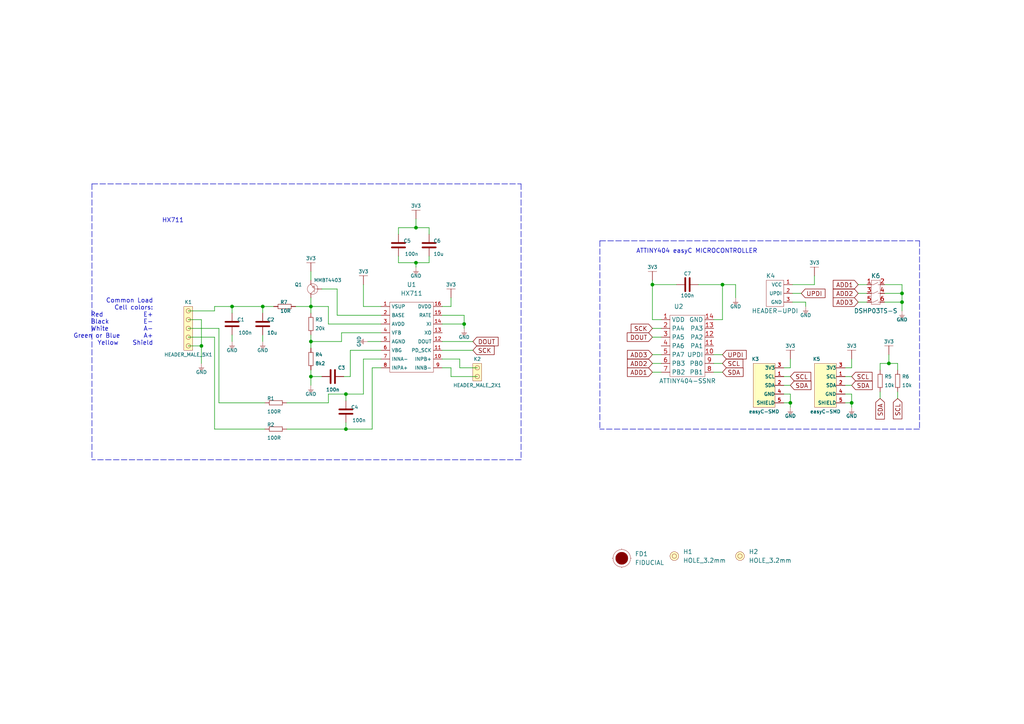
<source format=kicad_sch>
(kicad_sch (version 20211123) (generator eeschema)

  (uuid faed02c2-ef2e-4ed6-b6a0-9bd840fc134a)

  (paper "A4")

  (title_block
    (title "HX711 breakout easyC")
    (date "2021-06-30")
    (rev "V1.1.1.")
    (company "SOLDERED")
    (comment 1 "333006")
  )

  (lib_symbols
    (symbol "e-radionica.com schematics:0603C" (pin_numbers hide) (pin_names (offset 0.002)) (in_bom yes) (on_board yes)
      (property "Reference" "C" (id 0) (at -0.635 3.175 0)
        (effects (font (size 1 1)))
      )
      (property "Value" "0603C" (id 1) (at 0 -3.175 0)
        (effects (font (size 1 1)))
      )
      (property "Footprint" "e-radionica.com footprinti:0603C" (id 2) (at 0 0 0)
        (effects (font (size 1 1)) hide)
      )
      (property "Datasheet" "" (id 3) (at 0 0 0)
        (effects (font (size 1 1)) hide)
      )
      (symbol "0603C_0_1"
        (polyline
          (pts
            (xy -0.635 1.905)
            (xy -0.635 -1.905)
          )
          (stroke (width 0.5) (type default) (color 0 0 0 0))
          (fill (type none))
        )
        (polyline
          (pts
            (xy 0.635 1.905)
            (xy 0.635 -1.905)
          )
          (stroke (width 0.5) (type default) (color 0 0 0 0))
          (fill (type none))
        )
      )
      (symbol "0603C_1_1"
        (pin passive line (at -3.175 0 0) (length 2.54)
          (name "~" (effects (font (size 1.27 1.27))))
          (number "1" (effects (font (size 1.27 1.27))))
        )
        (pin passive line (at 3.175 0 180) (length 2.54)
          (name "~" (effects (font (size 1.27 1.27))))
          (number "2" (effects (font (size 1.27 1.27))))
        )
      )
    )
    (symbol "e-radionica.com schematics:0603R" (pin_numbers hide) (pin_names (offset 0.254)) (in_bom yes) (on_board yes)
      (property "Reference" "R" (id 0) (at -1.905 1.905 0)
        (effects (font (size 1 1)))
      )
      (property "Value" "0603R" (id 1) (at 0 -1.905 0)
        (effects (font (size 1 1)))
      )
      (property "Footprint" "e-radionica.com footprinti:0603R" (id 2) (at -0.635 1.905 0)
        (effects (font (size 1 1)) hide)
      )
      (property "Datasheet" "" (id 3) (at -0.635 1.905 0)
        (effects (font (size 1 1)) hide)
      )
      (symbol "0603R_0_1"
        (rectangle (start -1.905 -0.635) (end 1.905 -0.6604)
          (stroke (width 0.1) (type default) (color 0 0 0 0))
          (fill (type none))
        )
        (rectangle (start -1.905 0.635) (end -1.8796 -0.635)
          (stroke (width 0.1) (type default) (color 0 0 0 0))
          (fill (type none))
        )
        (rectangle (start -1.905 0.635) (end 1.905 0.6096)
          (stroke (width 0.1) (type default) (color 0 0 0 0))
          (fill (type none))
        )
        (rectangle (start 1.905 0.635) (end 1.9304 -0.635)
          (stroke (width 0.1) (type default) (color 0 0 0 0))
          (fill (type none))
        )
      )
      (symbol "0603R_1_1"
        (pin passive line (at -3.175 0 0) (length 1.27)
          (name "~" (effects (font (size 1.27 1.27))))
          (number "1" (effects (font (size 1.27 1.27))))
        )
        (pin passive line (at 3.175 0 180) (length 1.27)
          (name "~" (effects (font (size 1.27 1.27))))
          (number "2" (effects (font (size 1.27 1.27))))
        )
      )
    )
    (symbol "e-radionica.com schematics:1206C" (pin_numbers hide) (in_bom yes) (on_board yes)
      (property "Reference" "C" (id 0) (at -0.635 3.175 0)
        (effects (font (size 1 1)))
      )
      (property "Value" "1206C" (id 1) (at 0 -3.175 0)
        (effects (font (size 1 1)))
      )
      (property "Footprint" "e-radionica.com footprinti:1206C" (id 2) (at 0 0 0)
        (effects (font (size 1 1)) hide)
      )
      (property "Datasheet" "" (id 3) (at 0 0 0)
        (effects (font (size 1 1)) hide)
      )
      (symbol "1206C_0_1"
        (polyline
          (pts
            (xy -0.635 1.905)
            (xy -0.635 -1.905)
          )
          (stroke (width 0.5) (type default) (color 0 0 0 0))
          (fill (type none))
        )
        (polyline
          (pts
            (xy 0.635 1.905)
            (xy 0.635 -1.905)
          )
          (stroke (width 0.5) (type default) (color 0 0 0 0))
          (fill (type none))
        )
      )
      (symbol "1206C_1_1"
        (pin passive line (at -3.175 0 0) (length 2.54)
          (name "~" (effects (font (size 1.27 1.27))))
          (number "1" (effects (font (size 1.27 1.27))))
        )
        (pin passive line (at 3.175 0 180) (length 2.54)
          (name "~" (effects (font (size 1.27 1.27))))
          (number "2" (effects (font (size 1.27 1.27))))
        )
      )
    )
    (symbol "e-radionica.com schematics:3V3" (power) (pin_names (offset 0)) (in_bom yes) (on_board yes)
      (property "Reference" "#PWR" (id 0) (at 4.445 0 0)
        (effects (font (size 1 1)) hide)
      )
      (property "Value" "3V3" (id 1) (at 0 3.556 0)
        (effects (font (size 1 1)))
      )
      (property "Footprint" "" (id 2) (at 4.445 3.81 0)
        (effects (font (size 1 1)) hide)
      )
      (property "Datasheet" "" (id 3) (at 4.445 3.81 0)
        (effects (font (size 1 1)) hide)
      )
      (property "ki_keywords" "power-flag" (id 4) (at 0 0 0)
        (effects (font (size 1.27 1.27)) hide)
      )
      (property "ki_description" "Power symbol creates a global label with name \"+3V3\"" (id 5) (at 0 0 0)
        (effects (font (size 1.27 1.27)) hide)
      )
      (symbol "3V3_0_1"
        (polyline
          (pts
            (xy -1.27 2.54)
            (xy 1.27 2.54)
          )
          (stroke (width 0.0006) (type default) (color 0 0 0 0))
          (fill (type none))
        )
        (polyline
          (pts
            (xy 0 0)
            (xy 0 2.54)
          )
          (stroke (width 0) (type default) (color 0 0 0 0))
          (fill (type none))
        )
      )
      (symbol "3V3_1_1"
        (pin power_in line (at 0 0 90) (length 0) hide
          (name "3V3" (effects (font (size 1.27 1.27))))
          (number "1" (effects (font (size 1.27 1.27))))
        )
      )
    )
    (symbol "e-radionica.com schematics:ATTINY404-SSNR" (in_bom yes) (on_board yes)
      (property "Reference" "U" (id 0) (at -5.08 10.16 0)
        (effects (font (size 1.27 1.27)))
      )
      (property "Value" "ATTINY404-SSNR" (id 1) (at 0 -10.16 0)
        (effects (font (size 1.27 1.27)))
      )
      (property "Footprint" "e-radionica.com footprinti:SOIC-14" (id 2) (at 0 -11.43 0)
        (effects (font (size 1.27 1.27)) hide)
      )
      (property "Datasheet" "" (id 3) (at 0 -2.54 0)
        (effects (font (size 1.27 1.27)) hide)
      )
      (symbol "ATTINY404-SSNR_0_1"
        (rectangle (start -5.08 8.89) (end 5.08 -8.89)
          (stroke (width 0.0006) (type default) (color 0 0 0 0))
          (fill (type none))
        )
      )
      (symbol "ATTINY404-SSNR_1_1"
        (pin power_in line (at -7.62 7.62 0) (length 2.54)
          (name "VDD" (effects (font (size 1.27 1.27))))
          (number "1" (effects (font (size 1.27 1.27))))
        )
        (pin bidirectional line (at 7.62 -2.54 180) (length 2.54)
          (name "UPDI" (effects (font (size 1.27 1.27))))
          (number "10" (effects (font (size 1.27 1.27))))
        )
        (pin bidirectional line (at 7.62 0 180) (length 2.54)
          (name "PA1" (effects (font (size 1.27 1.27))))
          (number "11" (effects (font (size 1.27 1.27))))
        )
        (pin bidirectional line (at 7.62 2.54 180) (length 2.54)
          (name "PA2" (effects (font (size 1.27 1.27))))
          (number "12" (effects (font (size 1.27 1.27))))
        )
        (pin bidirectional line (at 7.62 5.08 180) (length 2.54)
          (name "PA3" (effects (font (size 1.27 1.27))))
          (number "13" (effects (font (size 1.27 1.27))))
        )
        (pin power_in line (at 7.62 7.62 180) (length 2.54)
          (name "GND" (effects (font (size 1.27 1.27))))
          (number "14" (effects (font (size 1.27 1.27))))
        )
        (pin bidirectional line (at -7.62 5.08 0) (length 2.54)
          (name "PA4" (effects (font (size 1.27 1.27))))
          (number "2" (effects (font (size 1.27 1.27))))
        )
        (pin bidirectional line (at -7.62 2.54 0) (length 2.54)
          (name "PA5" (effects (font (size 1.27 1.27))))
          (number "3" (effects (font (size 1.27 1.27))))
        )
        (pin bidirectional line (at -7.62 0 0) (length 2.54)
          (name "PA6" (effects (font (size 1.27 1.27))))
          (number "4" (effects (font (size 1.27 1.27))))
        )
        (pin bidirectional line (at -7.62 -2.54 0) (length 2.54)
          (name "PA7" (effects (font (size 1.27 1.27))))
          (number "5" (effects (font (size 1.27 1.27))))
        )
        (pin bidirectional line (at -7.62 -5.08 0) (length 2.54)
          (name "PB3" (effects (font (size 1.27 1.27))))
          (number "6" (effects (font (size 1.27 1.27))))
        )
        (pin bidirectional line (at -7.62 -7.62 0) (length 2.54)
          (name "PB2" (effects (font (size 1.27 1.27))))
          (number "7" (effects (font (size 1.27 1.27))))
        )
        (pin bidirectional line (at 7.62 -7.62 180) (length 2.54)
          (name "PB1" (effects (font (size 1.27 1.27))))
          (number "8" (effects (font (size 1.27 1.27))))
        )
        (pin bidirectional line (at 7.62 -5.08 180) (length 2.54)
          (name "PB0" (effects (font (size 1.27 1.27))))
          (number "9" (effects (font (size 1.27 1.27))))
        )
      )
    )
    (symbol "e-radionica.com schematics:DSHP03TS-S" (in_bom yes) (on_board yes)
      (property "Reference" "K" (id 0) (at 0 5.08 0)
        (effects (font (size 1.27 1.27)))
      )
      (property "Value" "DSHP03TS-S" (id 1) (at 0 -5.08 0)
        (effects (font (size 1.27 1.27)))
      )
      (property "Footprint" "e-radionica.com footprinti:DSHP03TS-S" (id 2) (at -1.27 -7.62 0)
        (effects (font (size 1.27 1.27)) hide)
      )
      (property "Datasheet" "" (id 3) (at 0 0 0)
        (effects (font (size 1.27 1.27)) hide)
      )
      (property "ki_keywords" "DIP SW SWITCH " (id 4) (at 0 0 0)
        (effects (font (size 1.27 1.27)) hide)
      )
      (symbol "DSHP03TS-S_0_1"
        (rectangle (start -1.27 3.81) (end 1.27 -3.175)
          (stroke (width 0.0006) (type default) (color 0 0 0 0))
          (fill (type none))
        )
        (polyline
          (pts
            (xy 1.27 -2.54)
            (xy 0.635 -2.54)
          )
          (stroke (width 0.0006) (type default) (color 0 0 0 0))
          (fill (type none))
        )
        (polyline
          (pts
            (xy 1.27 0)
            (xy 0.635 0)
          )
          (stroke (width 0.0006) (type default) (color 0 0 0 0))
          (fill (type none))
        )
        (polyline
          (pts
            (xy 1.27 2.54)
            (xy 0.635 2.54)
          )
          (stroke (width 0.0006) (type default) (color 0 0 0 0))
          (fill (type none))
        )
        (polyline
          (pts
            (xy -1.27 -2.54)
            (xy -0.635 -2.54)
            (xy 0.635 -1.905)
          )
          (stroke (width 0.0006) (type default) (color 0 0 0 0))
          (fill (type none))
        )
        (polyline
          (pts
            (xy -1.27 0)
            (xy -0.635 0)
            (xy 0.635 0.635)
          )
          (stroke (width 0.0006) (type default) (color 0 0 0 0))
          (fill (type none))
        )
        (polyline
          (pts
            (xy -1.27 2.54)
            (xy -0.635 2.54)
            (xy 0.635 3.175)
          )
          (stroke (width 0.0006) (type default) (color 0 0 0 0))
          (fill (type none))
        )
      )
      (symbol "DSHP03TS-S_1_1"
        (pin bidirectional line (at -2.54 2.54 0) (length 1.27)
          (name "~" (effects (font (size 1.27 1.27))))
          (number "1" (effects (font (size 1.27 1.27))))
        )
        (pin bidirectional line (at 2.54 2.54 180) (length 1.27)
          (name "~" (effects (font (size 1.27 1.27))))
          (number "2" (effects (font (size 1.27 1.27))))
        )
        (pin bidirectional line (at -2.54 0 0) (length 1.27)
          (name "~" (effects (font (size 1.27 1.27))))
          (number "3" (effects (font (size 1.27 1.27))))
        )
        (pin bidirectional line (at 2.54 0 180) (length 1.27)
          (name "~" (effects (font (size 1.27 1.27))))
          (number "4" (effects (font (size 1.27 1.27))))
        )
        (pin bidirectional line (at -2.54 -2.54 0) (length 1.27)
          (name "~" (effects (font (size 1.27 1.27))))
          (number "5" (effects (font (size 1.27 1.27))))
        )
        (pin bidirectional line (at 2.54 -2.54 180) (length 1.27)
          (name "~" (effects (font (size 1.27 1.27))))
          (number "6" (effects (font (size 1.27 1.27))))
        )
      )
    )
    (symbol "e-radionica.com schematics:FIDUCIAL" (in_bom no) (on_board yes)
      (property "Reference" "FD" (id 0) (at 0 3.81 0)
        (effects (font (size 1.27 1.27)))
      )
      (property "Value" "FIDUCIAL" (id 1) (at 0 -3.81 0)
        (effects (font (size 1.27 1.27)))
      )
      (property "Footprint" "e-radionica.com footprinti:FIDUCIAL_23" (id 2) (at 0.254 -5.334 0)
        (effects (font (size 1.27 1.27)) hide)
      )
      (property "Datasheet" "" (id 3) (at 0 0 0)
        (effects (font (size 1.27 1.27)) hide)
      )
      (symbol "FIDUCIAL_0_1"
        (polyline
          (pts
            (xy -2.54 0)
            (xy -2.794 0)
          )
          (stroke (width 0.0006) (type default) (color 0 0 0 0))
          (fill (type none))
        )
        (polyline
          (pts
            (xy 0 -2.54)
            (xy 0 -2.794)
          )
          (stroke (width 0.0006) (type default) (color 0 0 0 0))
          (fill (type none))
        )
        (polyline
          (pts
            (xy 0 2.54)
            (xy 0 2.794)
          )
          (stroke (width 0.0006) (type default) (color 0 0 0 0))
          (fill (type none))
        )
        (polyline
          (pts
            (xy 2.54 0)
            (xy 2.794 0)
          )
          (stroke (width 0.0006) (type default) (color 0 0 0 0))
          (fill (type none))
        )
        (circle (center 0 0) (radius 1.7961)
          (stroke (width 0.001) (type default) (color 0 0 0 0))
          (fill (type outline))
        )
        (circle (center 0 0) (radius 2.54)
          (stroke (width 0.0006) (type default) (color 0 0 0 0))
          (fill (type none))
        )
      )
    )
    (symbol "e-radionica.com schematics:GND" (power) (pin_names (offset 0)) (in_bom yes) (on_board yes)
      (property "Reference" "#PWR" (id 0) (at 4.445 0 0)
        (effects (font (size 1 1)) hide)
      )
      (property "Value" "GND" (id 1) (at 0 -2.921 0)
        (effects (font (size 1 1)))
      )
      (property "Footprint" "" (id 2) (at 4.445 3.81 0)
        (effects (font (size 1 1)) hide)
      )
      (property "Datasheet" "" (id 3) (at 4.445 3.81 0)
        (effects (font (size 1 1)) hide)
      )
      (property "ki_keywords" "power-flag" (id 4) (at 0 0 0)
        (effects (font (size 1.27 1.27)) hide)
      )
      (property "ki_description" "Power symbol creates a global label with name \"+3V3\"" (id 5) (at 0 0 0)
        (effects (font (size 1.27 1.27)) hide)
      )
      (symbol "GND_0_1"
        (polyline
          (pts
            (xy -0.762 -1.27)
            (xy 0.762 -1.27)
          )
          (stroke (width 0.0006) (type default) (color 0 0 0 0))
          (fill (type none))
        )
        (polyline
          (pts
            (xy -0.635 -1.524)
            (xy 0.635 -1.524)
          )
          (stroke (width 0.0006) (type default) (color 0 0 0 0))
          (fill (type none))
        )
        (polyline
          (pts
            (xy -0.381 -1.778)
            (xy 0.381 -1.778)
          )
          (stroke (width 0.0006) (type default) (color 0 0 0 0))
          (fill (type none))
        )
        (polyline
          (pts
            (xy -0.127 -2.032)
            (xy 0.127 -2.032)
          )
          (stroke (width 0.0006) (type default) (color 0 0 0 0))
          (fill (type none))
        )
        (polyline
          (pts
            (xy 0 0)
            (xy 0 -1.27)
          )
          (stroke (width 0.0006) (type default) (color 0 0 0 0))
          (fill (type none))
        )
      )
      (symbol "GND_1_1"
        (pin power_in line (at 0 0 270) (length 0) hide
          (name "GND" (effects (font (size 1.27 1.27))))
          (number "1" (effects (font (size 1.27 1.27))))
        )
      )
    )
    (symbol "e-radionica.com schematics:HEADER-UPDI" (in_bom yes) (on_board yes)
      (property "Reference" "K" (id 0) (at -1.27 5.08 0)
        (effects (font (size 1.27 1.27)))
      )
      (property "Value" "HEADER-UPDI" (id 1) (at 0 -5.08 0)
        (effects (font (size 1.27 1.27)))
      )
      (property "Footprint" "e-radionica.com footprinti:HEADER-UPDI" (id 2) (at 2.54 -7.62 0)
        (effects (font (size 1.27 1.27)) hide)
      )
      (property "Datasheet" "" (id 3) (at 2.54 0 0)
        (effects (font (size 1.27 1.27)) hide)
      )
      (symbol "HEADER-UPDI_0_1"
        (rectangle (start -2.54 3.81) (end 2.54 -3.81)
          (stroke (width 0.0006) (type default) (color 0 0 0 0))
          (fill (type none))
        )
      )
      (symbol "HEADER-UPDI_1_1"
        (pin power_in line (at 5.08 2.54 180) (length 2.54)
          (name "VCC" (effects (font (size 1 1))))
          (number "1" (effects (font (size 1 1))))
        )
        (pin bidirectional line (at 5.08 0 180) (length 2.54)
          (name "UPDI" (effects (font (size 1 1))))
          (number "2" (effects (font (size 1 1))))
        )
        (pin power_in line (at 5.08 -2.54 180) (length 2.54)
          (name "GND" (effects (font (size 1 1))))
          (number "3" (effects (font (size 1 1))))
        )
      )
    )
    (symbol "e-radionica.com schematics:HEADER_MALE_2X1" (pin_numbers hide) (pin_names hide) (in_bom yes) (on_board yes)
      (property "Reference" "K" (id 0) (at -1.27 5.08 0)
        (effects (font (size 1 1)))
      )
      (property "Value" "HEADER_MALE_2X1" (id 1) (at 0 -2.54 0)
        (effects (font (size 1 1)))
      )
      (property "Footprint" "e-radionica.com footprinti:HEADER_MALE_2X1" (id 2) (at 0 0 0)
        (effects (font (size 1 1)) hide)
      )
      (property "Datasheet" "" (id 3) (at 0 0 0)
        (effects (font (size 1 1)) hide)
      )
      (symbol "HEADER_MALE_2X1_0_1"
        (circle (center 0 0) (radius 0.635)
          (stroke (width 0.0006) (type default) (color 0 0 0 0))
          (fill (type none))
        )
        (circle (center 0 2.54) (radius 0.635)
          (stroke (width 0.0006) (type default) (color 0 0 0 0))
          (fill (type none))
        )
        (rectangle (start 1.27 -1.27) (end -1.27 3.81)
          (stroke (width 0.001) (type default) (color 0 0 0 0))
          (fill (type background))
        )
      )
      (symbol "HEADER_MALE_2X1_1_1"
        (pin passive line (at 0 0 180) (length 0)
          (name "~" (effects (font (size 1 1))))
          (number "1" (effects (font (size 1 1))))
        )
        (pin passive line (at 0 2.54 180) (length 0)
          (name "~" (effects (font (size 1 1))))
          (number "2" (effects (font (size 1 1))))
        )
      )
    )
    (symbol "e-radionica.com schematics:HEADER_MALE_5X1" (pin_numbers hide) (pin_names hide) (in_bom yes) (on_board yes)
      (property "Reference" "K" (id 0) (at -0.635 7.62 0)
        (effects (font (size 1 1)))
      )
      (property "Value" "HEADER_MALE_5X1" (id 1) (at 0.635 -7.62 0)
        (effects (font (size 1 1)))
      )
      (property "Footprint" "e-radionica.com footprinti:HEADER_MALE_5X1" (id 2) (at 0 0 0)
        (effects (font (size 1 1)) hide)
      )
      (property "Datasheet" "" (id 3) (at 0 0 0)
        (effects (font (size 1 1)) hide)
      )
      (symbol "HEADER_MALE_5X1_0_1"
        (rectangle (start -1.27 6.35) (end 1.27 -6.35)
          (stroke (width 0.001) (type default) (color 0 0 0 0))
          (fill (type background))
        )
        (circle (center 0 -5.08) (radius 0.635)
          (stroke (width 0.0006) (type default) (color 0 0 0 0))
          (fill (type none))
        )
        (circle (center 0 -2.54) (radius 0.635)
          (stroke (width 0.0006) (type default) (color 0 0 0 0))
          (fill (type none))
        )
        (circle (center 0 0) (radius 0.635)
          (stroke (width 0.0006) (type default) (color 0 0 0 0))
          (fill (type none))
        )
        (circle (center 0 2.54) (radius 0.635)
          (stroke (width 0.0006) (type default) (color 0 0 0 0))
          (fill (type none))
        )
        (circle (center 0 5.08) (radius 0.635)
          (stroke (width 0.0006) (type default) (color 0 0 0 0))
          (fill (type none))
        )
      )
      (symbol "HEADER_MALE_5X1_1_1"
        (pin passive line (at 0 -5.08 180) (length 0)
          (name "~" (effects (font (size 1 1))))
          (number "1" (effects (font (size 1 1))))
        )
        (pin passive line (at 0 -2.54 180) (length 0)
          (name "~" (effects (font (size 1 1))))
          (number "2" (effects (font (size 1 1))))
        )
        (pin passive line (at 0 0 180) (length 0)
          (name "~" (effects (font (size 1 1))))
          (number "3" (effects (font (size 1 1))))
        )
        (pin passive line (at 0 2.54 180) (length 0)
          (name "~" (effects (font (size 1 1))))
          (number "4" (effects (font (size 1 1))))
        )
        (pin passive line (at 0 5.08 180) (length 0)
          (name "~" (effects (font (size 0.991 0.991))))
          (number "5" (effects (font (size 0.991 0.991))))
        )
      )
    )
    (symbol "e-radionica.com schematics:HOLE_3.2mm" (pin_numbers hide) (pin_names hide) (in_bom yes) (on_board yes)
      (property "Reference" "H" (id 0) (at 0 2.54 0)
        (effects (font (size 1.27 1.27)))
      )
      (property "Value" "HOLE_3.2mm" (id 1) (at 0 -2.54 0)
        (effects (font (size 1.27 1.27)))
      )
      (property "Footprint" "e-radionica.com footprinti:HOLE_3.2mm" (id 2) (at 0 0 0)
        (effects (font (size 1.27 1.27)) hide)
      )
      (property "Datasheet" "" (id 3) (at 0 0 0)
        (effects (font (size 1.27 1.27)) hide)
      )
      (symbol "HOLE_3.2mm_0_1"
        (circle (center 0 0) (radius 0.635)
          (stroke (width 0.0006) (type default) (color 0 0 0 0))
          (fill (type none))
        )
        (circle (center 0 0) (radius 1.27)
          (stroke (width 0.001) (type default) (color 0 0 0 0))
          (fill (type background))
        )
      )
    )
    (symbol "e-radionica.com schematics:HX711" (in_bom yes) (on_board yes)
      (property "Reference" "U" (id 0) (at -1.27 7.62 0)
        (effects (font (size 1.27 1.27)))
      )
      (property "Value" "HX711" (id 1) (at 0 -11.43 0)
        (effects (font (size 1.27 1.27)))
      )
      (property "Footprint" "e-radionica.com footprinti:SOP-16" (id 2) (at -1.27 0 0)
        (effects (font (size 1.27 1.27)) hide)
      )
      (property "Datasheet" "" (id 3) (at 0 -5.08 0)
        (effects (font (size 1.27 1.27)) hide)
      )
      (symbol "HX711_0_1"
        (rectangle (start -6.35 10.16) (end 6.35 -10.16)
          (stroke (width 0.0006) (type default) (color 0 0 0 0))
          (fill (type none))
        )
      )
      (symbol "HX711_1_1"
        (pin power_in line (at -8.89 8.89 0) (length 2.54)
          (name "VSUP" (effects (font (size 1 1))))
          (number "1" (effects (font (size 1 1))))
        )
        (pin input line (at 8.89 -6.35 180) (length 2.54)
          (name "INPB+" (effects (font (size 1 1))))
          (number "10" (effects (font (size 1 1))))
        )
        (pin input line (at 8.89 -3.81 180) (length 2.54)
          (name "PD_SCK" (effects (font (size 1 1))))
          (number "11" (effects (font (size 1 1))))
        )
        (pin output line (at 8.89 -1.27 180) (length 2.54)
          (name "DOUT" (effects (font (size 1 1))))
          (number "12" (effects (font (size 1 1))))
        )
        (pin input line (at 8.89 1.27 180) (length 2.54)
          (name "XO" (effects (font (size 1 1))))
          (number "13" (effects (font (size 1 1))))
        )
        (pin input line (at 8.89 3.81 180) (length 2.54)
          (name "XI" (effects (font (size 1 1))))
          (number "14" (effects (font (size 1 1))))
        )
        (pin input line (at 8.89 6.35 180) (length 2.54)
          (name "RATE" (effects (font (size 1 1))))
          (number "15" (effects (font (size 1 1))))
        )
        (pin power_in line (at 8.89 8.89 180) (length 2.54)
          (name "DVDD" (effects (font (size 1 1))))
          (number "16" (effects (font (size 1 1))))
        )
        (pin output line (at -8.89 6.35 0) (length 2.54)
          (name "BASE" (effects (font (size 1 1))))
          (number "2" (effects (font (size 1 1))))
        )
        (pin power_in line (at -8.89 3.81 0) (length 2.54)
          (name "AVDD" (effects (font (size 1 1))))
          (number "3" (effects (font (size 1 1))))
        )
        (pin input line (at -8.89 1.27 0) (length 2.54)
          (name "VFB" (effects (font (size 1 1))))
          (number "4" (effects (font (size 1 1))))
        )
        (pin passive line (at -8.89 -1.27 0) (length 2.54)
          (name "AGND" (effects (font (size 1 1))))
          (number "5" (effects (font (size 1 1))))
        )
        (pin output line (at -8.89 -3.81 0) (length 2.54)
          (name "VBG" (effects (font (size 1 1))))
          (number "6" (effects (font (size 1 1))))
        )
        (pin input line (at -8.89 -6.35 0) (length 2.54)
          (name "INNA-" (effects (font (size 1 1))))
          (number "7" (effects (font (size 1 1))))
        )
        (pin input line (at -8.89 -8.89 0) (length 2.54)
          (name "INPA+" (effects (font (size 1 1))))
          (number "8" (effects (font (size 1 1))))
        )
        (pin input line (at 8.89 -8.89 180) (length 2.54)
          (name "INNB-" (effects (font (size 1 1))))
          (number "9" (effects (font (size 1 1))))
        )
      )
    )
    (symbol "e-radionica.com schematics:PNP-SOT-23-3" (pin_numbers hide) (pin_names hide) (in_bom yes) (on_board yes)
      (property "Reference" "Q" (id 0) (at -1.778 2.4892 0)
        (effects (font (size 1 1)))
      )
      (property "Value" "PNP-SOT-23-3" (id 1) (at -0.0508 -2.9464 0)
        (effects (font (size 1 1)))
      )
      (property "Footprint" "e-radionica.com footprinti:SOT-23-3" (id 2) (at 0 0 0)
        (effects (font (size 1 1)) hide)
      )
      (property "Datasheet" "" (id 3) (at 0 0 0)
        (effects (font (size 1 1)) hide)
      )
      (symbol "PNP-SOT-23-3_0_1"
        (circle (center -0.508 0) (radius 1.524)
          (stroke (width 0.0006) (type default) (color 0 0 0 0))
          (fill (type none))
        )
        (polyline
          (pts
            (xy -2.032 0)
            (xy -1.016 0)
          )
          (stroke (width 0.0006) (type default) (color 0 0 0 0))
          (fill (type none))
        )
        (polyline
          (pts
            (xy -1.016 0.381)
            (xy 0 1.27)
          )
          (stroke (width 0.0006) (type default) (color 0 0 0 0))
          (fill (type none))
        )
        (polyline
          (pts
            (xy -1.016 1.016)
            (xy -1.016 -1.016)
          )
          (stroke (width 0.0006) (type default) (color 0 0 0 0))
          (fill (type none))
        )
        (polyline
          (pts
            (xy -0.508 -0.762)
            (xy 0 -1.27)
          )
          (stroke (width 0.1) (type default) (color 0 0 0 0))
          (fill (type none))
        )
        (polyline
          (pts
            (xy -0.381 -0.508)
            (xy -0.762 -0.889)
            (xy -0.9906 -0.2794)
            (xy -0.381 -0.508)
          )
          (stroke (width 0.0006) (type default) (color 0 0 0 0))
          (fill (type none))
        )
      )
      (symbol "PNP-SOT-23-3_1_1"
        (pin passive line (at -3.175 0 0) (length 1.27)
          (name "B" (effects (font (size 1 1))))
          (number "1" (effects (font (size 1 1))))
        )
        (pin passive line (at 0 -2.54 90) (length 1.27)
          (name "E" (effects (font (size 1 1))))
          (number "2" (effects (font (size 1 1))))
        )
        (pin passive line (at 0 2.54 270) (length 1.27)
          (name "C" (effects (font (size 1 1))))
          (number "3" (effects (font (size 1 1))))
        )
      )
    )
    (symbol "e-radionica.com schematics:easyC-SMD" (pin_names (offset 0.002)) (in_bom yes) (on_board yes)
      (property "Reference" "K" (id 0) (at -2.54 10.16 0)
        (effects (font (size 1 1)))
      )
      (property "Value" "easyC-SMD" (id 1) (at 0 -5.08 0)
        (effects (font (size 1 1)))
      )
      (property "Footprint" "e-radionica.com footprinti:easyC-connector" (id 2) (at 3.175 2.54 0)
        (effects (font (size 1 1)) hide)
      )
      (property "Datasheet" "" (id 3) (at 3.175 2.54 0)
        (effects (font (size 1 1)) hide)
      )
      (symbol "easyC-SMD_0_1"
        (rectangle (start -3.175 8.89) (end 3.175 -3.81)
          (stroke (width 0.001) (type default) (color 0 0 0 0))
          (fill (type background))
        )
      )
      (symbol "easyC-SMD_1_1"
        (pin passive line (at 5.715 5.08 180) (length 2.54)
          (name "SCL" (effects (font (size 1 1))))
          (number "1" (effects (font (size 1 1))))
        )
        (pin passive line (at 5.715 2.54 180) (length 2.54)
          (name "SDA" (effects (font (size 1 1))))
          (number "2" (effects (font (size 1 1))))
        )
        (pin passive line (at 5.715 7.62 180) (length 2.54)
          (name "3V3" (effects (font (size 1 1))))
          (number "3" (effects (font (size 1 1))))
        )
        (pin passive line (at 5.715 0 180) (length 2.54)
          (name "GND" (effects (font (size 1 1))))
          (number "4" (effects (font (size 1 1))))
        )
        (pin passive line (at 5.715 -2.54 180) (length 2.54)
          (name "SHIELD" (effects (font (size 1 1))))
          (number "5" (effects (font (size 1 1))))
        )
      )
    )
  )

  (junction (at 229.235 116.84) (diameter 0.9144) (color 0 0 0 0)
    (uuid 0351df45-d042-41d4-ba35-88092c7be2fc)
  )
  (junction (at 261.62 87.63) (diameter 0.9144) (color 0 0 0 0)
    (uuid 0e1ed1c5-7428-4dc7-b76e-49b2d5f8177d)
  )
  (junction (at 247.015 116.84) (diameter 0.9144) (color 0 0 0 0)
    (uuid 240e5dac-6242-47a5-bbef-f76d11c715c0)
  )
  (junction (at 90.17 109.22) (diameter 0.9144) (color 0 0 0 0)
    (uuid 275aa44a-b61f-489f-9e2a-819a0fe0d1eb)
  )
  (junction (at 120.65 76.2) (diameter 0.9144) (color 0 0 0 0)
    (uuid 37e8181c-a81e-498b-b2e2-0aef0c391059)
  )
  (junction (at 90.17 88.9) (diameter 0.9144) (color 0 0 0 0)
    (uuid 57c0c267-8bf9-4cc7-b734-d71a239ac313)
  )
  (junction (at 90.17 99.06) (diameter 0.9144) (color 0 0 0 0)
    (uuid 5ca4be1c-537e-4a4a-b344-d0c8ffde8546)
  )
  (junction (at 134.62 93.98) (diameter 0.9144) (color 0 0 0 0)
    (uuid 676efd2f-1c48-4786-9e4b-2444f1e8f6ff)
  )
  (junction (at 100.33 114.3) (diameter 0.9144) (color 0 0 0 0)
    (uuid 6c67e4f6-9d04-4539-b356-b76e915ce848)
  )
  (junction (at 67.31 88.9) (diameter 0.9144) (color 0 0 0 0)
    (uuid 7cee474b-af8f-4832-b07a-c43c1ab0b464)
  )
  (junction (at 76.2 88.9) (diameter 0.9144) (color 0 0 0 0)
    (uuid 853ee787-6e2c-4f32-bc75-6c17337dd3d5)
  )
  (junction (at 189.23 82.55) (diameter 0.9144) (color 0 0 0 0)
    (uuid 8d9a3ecc-539f-41da-8099-d37cea9c28e7)
  )
  (junction (at 58.42 100.33) (diameter 0.9144) (color 0 0 0 0)
    (uuid 9cb12cc8-7f1a-4a01-9256-c119f11a8a02)
  )
  (junction (at 257.81 105.41) (diameter 0.9144) (color 0 0 0 0)
    (uuid aa2ea573-3f20-43c1-aa99-1f9c6031a9aa)
  )
  (junction (at 100.33 124.46) (diameter 0.9144) (color 0 0 0 0)
    (uuid b447dbb1-d38e-4a15-93cb-12c25382ea53)
  )
  (junction (at 120.65 66.04) (diameter 0.9144) (color 0 0 0 0)
    (uuid cfa5c16e-7859-460d-a0b8-cea7d7ea629c)
  )
  (junction (at 209.55 82.55) (diameter 0.9144) (color 0 0 0 0)
    (uuid e472dac4-5b65-4920-b8b2-6065d140a69d)
  )
  (junction (at 261.62 85.09) (diameter 0.9144) (color 0 0 0 0)
    (uuid f40d350f-0d3e-4f8a-b004-d950f2f8f1ba)
  )

  (wire (pts (xy 128.27 106.68) (xy 130.81 106.68))
    (stroke (width 0) (type solid) (color 0 0 0 0))
    (uuid 015ee734-11bf-48d7-b8fc-5baad19abce5)
  )
  (wire (pts (xy 90.17 109.22) (xy 90.17 111.76))
    (stroke (width 0) (type solid) (color 0 0 0 0))
    (uuid 0514e72d-0984-4876-b198-fe50b2a76e9c)
  )
  (wire (pts (xy 100.33 116.205) (xy 100.33 114.3))
    (stroke (width 0) (type solid) (color 0 0 0 0))
    (uuid 05ebf984-c299-4dac-bb04-e0fb564d8070)
  )
  (wire (pts (xy 245.11 109.22) (xy 247.015 109.22))
    (stroke (width 0) (type solid) (color 0 0 0 0))
    (uuid 0655d4cd-1412-4abd-9c32-446df65f78df)
  )
  (wire (pts (xy 209.55 82.55) (xy 213.36 82.55))
    (stroke (width 0) (type solid) (color 0 0 0 0))
    (uuid 08638089-bad9-4f00-9b3e-2eb5993d57c6)
  )
  (polyline (pts (xy 266.7 124.46) (xy 173.99 124.46))
    (stroke (width 0) (type dash) (color 0 0 0 0))
    (uuid 09c0c883-42d9-41e3-85d0-5440fbd7df72)
  )

  (wire (pts (xy 110.49 96.52) (xy 99.06 96.52))
    (stroke (width 0) (type solid) (color 0 0 0 0))
    (uuid 0a0f569c-1052-4e95-a075-3369899b06e2)
  )
  (wire (pts (xy 63.5 116.84) (xy 63.5 95.25))
    (stroke (width 0) (type solid) (color 0 0 0 0))
    (uuid 0a4dbdbd-3913-4bad-acfb-5fe313814b5f)
  )
  (wire (pts (xy 138.43 106.68) (xy 133.35 106.68))
    (stroke (width 0) (type solid) (color 0 0 0 0))
    (uuid 0cd7a2ff-c0bb-4b50-b0ae-f540555dea7e)
  )
  (wire (pts (xy 106.68 99.06) (xy 110.49 99.06))
    (stroke (width 0) (type solid) (color 0 0 0 0))
    (uuid 0fe72295-85a1-41e6-ac68-a3da87c2c33b)
  )
  (wire (pts (xy 260.35 105.41) (xy 257.81 105.41))
    (stroke (width 0) (type solid) (color 0 0 0 0))
    (uuid 101206bf-5f6a-42d1-b369-98a9faabf315)
  )
  (wire (pts (xy 229.235 116.84) (xy 229.235 118.11))
    (stroke (width 0) (type solid) (color 0 0 0 0))
    (uuid 10ff4d5c-3610-49cc-907b-ca9e991c8119)
  )
  (wire (pts (xy 189.23 82.55) (xy 189.23 81.28))
    (stroke (width 0) (type solid) (color 0 0 0 0))
    (uuid 15847ef7-e011-4f85-8835-a70c8eede543)
  )
  (wire (pts (xy 255.27 107.315) (xy 255.27 105.41))
    (stroke (width 0) (type solid) (color 0 0 0 0))
    (uuid 16551cdb-7771-4e96-8462-e8baa0db4983)
  )
  (wire (pts (xy 189.23 92.71) (xy 189.23 82.55))
    (stroke (width 0) (type solid) (color 0 0 0 0))
    (uuid 175e79d2-ce66-4b6c-952f-f9f4265f7091)
  )
  (wire (pts (xy 110.49 88.9) (xy 105.41 88.9))
    (stroke (width 0) (type solid) (color 0 0 0 0))
    (uuid 19699924-5e84-4a51-8320-c91c0a95a22f)
  )
  (wire (pts (xy 189.23 97.79) (xy 191.77 97.79))
    (stroke (width 0) (type solid) (color 0 0 0 0))
    (uuid 197e2358-dd64-461d-a7b6-eb07b7604f28)
  )
  (wire (pts (xy 97.79 83.82) (xy 93.345 83.82))
    (stroke (width 0) (type solid) (color 0 0 0 0))
    (uuid 1b08ace4-77dd-4db4-a4d0-72131b7d707b)
  )
  (wire (pts (xy 227.33 111.76) (xy 229.235 111.76))
    (stroke (width 0) (type solid) (color 0 0 0 0))
    (uuid 1bdc9a17-4dcd-45f3-bb75-901ecf13a99d)
  )
  (wire (pts (xy 202.565 82.55) (xy 209.55 82.55))
    (stroke (width 0) (type solid) (color 0 0 0 0))
    (uuid 1c2678aa-8a43-4557-86fe-0d772c41f276)
  )
  (wire (pts (xy 83.185 116.84) (xy 95.25 116.84))
    (stroke (width 0) (type solid) (color 0 0 0 0))
    (uuid 1d3969f9-6c55-4ae1-af86-cdc4c325c097)
  )
  (wire (pts (xy 115.57 67.945) (xy 115.57 66.04))
    (stroke (width 0) (type solid) (color 0 0 0 0))
    (uuid 2662888e-370f-40ed-b795-8dc848e15dd9)
  )
  (wire (pts (xy 99.06 99.06) (xy 90.17 99.06))
    (stroke (width 0) (type solid) (color 0 0 0 0))
    (uuid 27f92f9f-186a-4169-ad99-ae1f049c980d)
  )
  (wire (pts (xy 257.81 105.41) (xy 257.81 102.87))
    (stroke (width 0) (type solid) (color 0 0 0 0))
    (uuid 29ca560e-a247-48cb-be82-8f9f5a866ea1)
  )
  (wire (pts (xy 62.23 97.79) (xy 62.23 124.46))
    (stroke (width 0) (type solid) (color 0 0 0 0))
    (uuid 2a41b2f3-0115-4470-8742-d2994c7c73df)
  )
  (wire (pts (xy 124.46 76.2) (xy 120.65 76.2))
    (stroke (width 0) (type solid) (color 0 0 0 0))
    (uuid 2cc204b4-df44-4e49-bf16-ae60e9e3ac4c)
  )
  (wire (pts (xy 191.77 92.71) (xy 189.23 92.71))
    (stroke (width 0) (type solid) (color 0 0 0 0))
    (uuid 2efa00c3-48c7-4425-9047-5655472a2378)
  )
  (wire (pts (xy 101.6 109.22) (xy 101.6 101.6))
    (stroke (width 0) (type solid) (color 0 0 0 0))
    (uuid 30a60e90-fa84-4535-b1b8-94fa9572581b)
  )
  (wire (pts (xy 54.61 92.71) (xy 58.42 92.71))
    (stroke (width 0) (type solid) (color 0 0 0 0))
    (uuid 30a70a1b-a242-40eb-84bb-cef60126ee98)
  )
  (wire (pts (xy 229.235 114.3) (xy 229.235 116.84))
    (stroke (width 0) (type solid) (color 0 0 0 0))
    (uuid 32c09f28-86a6-4c11-9827-3fe2927fc112)
  )
  (wire (pts (xy 62.23 88.9) (xy 67.31 88.9))
    (stroke (width 0) (type solid) (color 0 0 0 0))
    (uuid 3460eea1-d422-49fe-854f-686fe7633d0f)
  )
  (wire (pts (xy 120.65 76.2) (xy 120.65 77.47))
    (stroke (width 0) (type solid) (color 0 0 0 0))
    (uuid 350c8ca8-07ae-4111-bf37-07325c5ea7e6)
  )
  (wire (pts (xy 95.25 88.9) (xy 90.17 88.9))
    (stroke (width 0) (type solid) (color 0 0 0 0))
    (uuid 369b941a-d1ab-4555-a3bb-07ba3613aa00)
  )
  (wire (pts (xy 245.11 106.68) (xy 247.015 106.68))
    (stroke (width 0) (type solid) (color 0 0 0 0))
    (uuid 390c4a65-0fc6-4197-bd6c-1dd69822c936)
  )
  (wire (pts (xy 134.62 93.98) (xy 134.62 95.25))
    (stroke (width 0) (type solid) (color 0 0 0 0))
    (uuid 3b4bd9b4-e4c6-48d1-904f-930b3f577d43)
  )
  (wire (pts (xy 62.23 124.46) (xy 76.835 124.46))
    (stroke (width 0) (type solid) (color 0 0 0 0))
    (uuid 3b6c059f-f27c-41c3-88f2-7e0f954aec92)
  )
  (wire (pts (xy 76.2 90.805) (xy 76.2 88.9))
    (stroke (width 0) (type solid) (color 0 0 0 0))
    (uuid 405acf0f-5e36-4fea-97ab-700e25d3a31a)
  )
  (wire (pts (xy 90.17 78.74) (xy 90.17 81.28))
    (stroke (width 0) (type solid) (color 0 0 0 0))
    (uuid 4095955e-fa10-4bfd-b64e-d23d99c62ac4)
  )
  (wire (pts (xy 256.54 87.63) (xy 261.62 87.63))
    (stroke (width 0) (type solid) (color 0 0 0 0))
    (uuid 418ea4a0-a8aa-4aa6-aec3-f8fcb1398a4a)
  )
  (wire (pts (xy 128.27 99.06) (xy 137.16 99.06))
    (stroke (width 0) (type solid) (color 0 0 0 0))
    (uuid 4223247d-7bd1-479e-bc6e-670732898367)
  )
  (wire (pts (xy 245.11 114.3) (xy 247.015 114.3))
    (stroke (width 0) (type solid) (color 0 0 0 0))
    (uuid 42ebdac5-2cb5-4f01-9548-e0e8dcff640d)
  )
  (wire (pts (xy 248.92 87.63) (xy 251.46 87.63))
    (stroke (width 0) (type solid) (color 0 0 0 0))
    (uuid 439c559f-cefd-4af2-95e5-97202f600feb)
  )
  (wire (pts (xy 83.185 124.46) (xy 100.33 124.46))
    (stroke (width 0) (type solid) (color 0 0 0 0))
    (uuid 46cceedc-8e01-4d6e-b5b8-5324b9d30dc4)
  )
  (polyline (pts (xy 173.99 69.85) (xy 173.99 124.46))
    (stroke (width 0) (type dash) (color 0 0 0 0))
    (uuid 49b6f36b-59cd-484a-9bad-d3a36e40fb67)
  )

  (wire (pts (xy 130.81 88.9) (xy 130.81 86.36))
    (stroke (width 0) (type solid) (color 0 0 0 0))
    (uuid 4a20a88b-6364-48a6-89bd-48f7acafd844)
  )
  (wire (pts (xy 227.33 106.68) (xy 229.235 106.68))
    (stroke (width 0) (type solid) (color 0 0 0 0))
    (uuid 4b8a8600-cbdb-41d8-830f-eec8956a87d6)
  )
  (polyline (pts (xy 173.99 69.85) (xy 266.7 69.85))
    (stroke (width 0) (type dash) (color 0 0 0 0))
    (uuid 4bd35136-10aa-45b6-8c4c-854f0516ab85)
  )

  (wire (pts (xy 120.65 66.04) (xy 120.65 63.5))
    (stroke (width 0) (type solid) (color 0 0 0 0))
    (uuid 4fd7dbd5-6f5e-45aa-af60-1bf34af410bf)
  )
  (wire (pts (xy 90.17 99.06) (xy 90.17 100.965))
    (stroke (width 0) (type solid) (color 0 0 0 0))
    (uuid 500c147c-5b9e-43a4-92f0-57fba59950dc)
  )
  (wire (pts (xy 115.57 74.295) (xy 115.57 76.2))
    (stroke (width 0) (type solid) (color 0 0 0 0))
    (uuid 51d4ae00-d0e3-4f82-9f2a-66b3fb40cb88)
  )
  (wire (pts (xy 128.27 91.44) (xy 134.62 91.44))
    (stroke (width 0) (type solid) (color 0 0 0 0))
    (uuid 5295e43b-4cb6-4d48-b5dd-bde3d0027498)
  )
  (wire (pts (xy 124.46 66.04) (xy 120.65 66.04))
    (stroke (width 0) (type solid) (color 0 0 0 0))
    (uuid 55976134-0cd5-4373-857d-0d2c0256dbde)
  )
  (wire (pts (xy 97.79 91.44) (xy 110.49 91.44))
    (stroke (width 0) (type solid) (color 0 0 0 0))
    (uuid 55fc8e3e-b516-47f8-bb38-8eff2ca9c57b)
  )
  (wire (pts (xy 130.81 109.22) (xy 138.43 109.22))
    (stroke (width 0) (type solid) (color 0 0 0 0))
    (uuid 583c087d-1d36-4a59-810f-e56c30ca2cc9)
  )
  (wire (pts (xy 209.55 92.71) (xy 207.01 92.71))
    (stroke (width 0) (type solid) (color 0 0 0 0))
    (uuid 5aecb085-f1dc-4230-bd17-a2a13c38354d)
  )
  (wire (pts (xy 54.61 97.79) (xy 62.23 97.79))
    (stroke (width 0) (type solid) (color 0 0 0 0))
    (uuid 5b9434c6-7a1b-40c2-89cc-822843661e25)
  )
  (wire (pts (xy 76.2 88.9) (xy 79.375 88.9))
    (stroke (width 0) (type solid) (color 0 0 0 0))
    (uuid 5c545858-046a-43ab-9f9b-5a3790fd44c9)
  )
  (wire (pts (xy 124.46 74.295) (xy 124.46 76.2))
    (stroke (width 0) (type solid) (color 0 0 0 0))
    (uuid 5e83a626-f2c9-41fc-b4c8-18a0b1200695)
  )
  (wire (pts (xy 54.61 90.17) (xy 62.23 90.17))
    (stroke (width 0) (type solid) (color 0 0 0 0))
    (uuid 5ff9f32f-1ebe-4b61-9516-86db1fb7d303)
  )
  (wire (pts (xy 189.23 102.87) (xy 191.77 102.87))
    (stroke (width 0) (type solid) (color 0 0 0 0))
    (uuid 64c21e77-39b4-40a1-8ceb-029acc003781)
  )
  (wire (pts (xy 128.27 101.6) (xy 137.16 101.6))
    (stroke (width 0) (type solid) (color 0 0 0 0))
    (uuid 66c7f67b-c5f9-4bcd-804c-2de9392b2ec9)
  )
  (wire (pts (xy 90.17 107.315) (xy 90.17 109.22))
    (stroke (width 0) (type solid) (color 0 0 0 0))
    (uuid 68d29b03-c2aa-4116-b50c-078d0169f33c)
  )
  (wire (pts (xy 100.33 122.555) (xy 100.33 124.46))
    (stroke (width 0) (type solid) (color 0 0 0 0))
    (uuid 6d44898a-92c1-4222-b692-5b96ee68a46f)
  )
  (wire (pts (xy 90.17 88.9) (xy 90.17 90.805))
    (stroke (width 0) (type solid) (color 0 0 0 0))
    (uuid 701c36a7-ad15-4897-87ee-af7a84ed7ca5)
  )
  (wire (pts (xy 229.87 87.63) (xy 233.68 87.63))
    (stroke (width 0) (type solid) (color 0 0 0 0))
    (uuid 73bb82b0-147f-493c-9e40-f8e86b1fd460)
  )
  (wire (pts (xy 93.345 109.22) (xy 90.17 109.22))
    (stroke (width 0) (type solid) (color 0 0 0 0))
    (uuid 73fa6004-5010-42d0-b2c8-80ede49dd634)
  )
  (wire (pts (xy 128.27 93.98) (xy 134.62 93.98))
    (stroke (width 0) (type solid) (color 0 0 0 0))
    (uuid 762cc63d-dfac-4116-b4db-8db18182e613)
  )
  (wire (pts (xy 128.27 88.9) (xy 130.81 88.9))
    (stroke (width 0) (type solid) (color 0 0 0 0))
    (uuid 7673e117-80ea-47c0-8c7d-63bd06db7dbc)
  )
  (wire (pts (xy 90.17 97.155) (xy 90.17 99.06))
    (stroke (width 0) (type solid) (color 0 0 0 0))
    (uuid 785cf5cc-eb65-4601-874f-6920b01403dd)
  )
  (wire (pts (xy 107.95 124.46) (xy 107.95 106.68))
    (stroke (width 0) (type solid) (color 0 0 0 0))
    (uuid 786e57df-71c5-4d6a-be04-4c853495e214)
  )
  (wire (pts (xy 189.23 107.95) (xy 191.77 107.95))
    (stroke (width 0) (type solid) (color 0 0 0 0))
    (uuid 7b307e73-39d6-4611-a291-c14743c320cc)
  )
  (wire (pts (xy 124.46 67.945) (xy 124.46 66.04))
    (stroke (width 0) (type solid) (color 0 0 0 0))
    (uuid 7c5c1c23-ee40-4705-9fbc-ed77aa2e023d)
  )
  (polyline (pts (xy 26.67 53.34) (xy 26.67 133.35))
    (stroke (width 0) (type dash) (color 0 0 0 0))
    (uuid 80a06d84-b28e-47b2-8360-70e56868323f)
  )
  (polyline (pts (xy 26.67 53.34) (xy 151.13 53.34))
    (stroke (width 0) (type dash) (color 0 0 0 0))
    (uuid 80a06d84-b28e-47b2-8360-70e568683240)
  )
  (polyline (pts (xy 151.13 53.34) (xy 151.13 133.35))
    (stroke (width 0) (type dash) (color 0 0 0 0))
    (uuid 80a06d84-b28e-47b2-8360-70e568683241)
  )
  (polyline (pts (xy 151.13 133.35) (xy 26.67 133.35))
    (stroke (width 0) (type dash) (color 0 0 0 0))
    (uuid 80a06d84-b28e-47b2-8360-70e568683242)
  )

  (wire (pts (xy 90.17 88.9) (xy 90.17 86.36))
    (stroke (width 0) (type solid) (color 0 0 0 0))
    (uuid 8128fbf6-0840-4003-b271-cb6705a8be7f)
  )
  (wire (pts (xy 67.31 97.155) (xy 67.31 99.06))
    (stroke (width 0) (type solid) (color 0 0 0 0))
    (uuid 81572be4-ac34-4b3e-94dc-3a44abd7efe8)
  )
  (wire (pts (xy 256.54 85.09) (xy 261.62 85.09))
    (stroke (width 0) (type solid) (color 0 0 0 0))
    (uuid 81fa0eff-1e6c-4432-9c8c-b819524e63b7)
  )
  (wire (pts (xy 133.35 106.68) (xy 133.35 104.14))
    (stroke (width 0) (type solid) (color 0 0 0 0))
    (uuid 83616334-e91e-46c2-b398-5fe03827a58b)
  )
  (polyline (pts (xy 266.7 69.85) (xy 266.7 124.46))
    (stroke (width 0) (type dash) (color 0 0 0 0))
    (uuid 86730d22-776f-43d4-ae15-9d5d476b6eab)
  )

  (wire (pts (xy 207.01 105.41) (xy 209.55 105.41))
    (stroke (width 0) (type solid) (color 0 0 0 0))
    (uuid 885e3d5d-efec-4b44-bdc3-dd3c0b293927)
  )
  (wire (pts (xy 105.41 114.3) (xy 105.41 104.14))
    (stroke (width 0) (type solid) (color 0 0 0 0))
    (uuid 898a18b8-d0a0-4b01-9292-12e4bfe6464e)
  )
  (wire (pts (xy 207.01 102.87) (xy 209.55 102.87))
    (stroke (width 0) (type solid) (color 0 0 0 0))
    (uuid 8aa85f4a-8234-4d2b-944e-8dc14c052842)
  )
  (wire (pts (xy 76.2 97.155) (xy 76.2 99.06))
    (stroke (width 0) (type solid) (color 0 0 0 0))
    (uuid 8aba6131-24ce-4453-b7b4-c38d2df92502)
  )
  (wire (pts (xy 236.22 82.55) (xy 236.22 80.01))
    (stroke (width 0) (type solid) (color 0 0 0 0))
    (uuid 8ba30a55-5856-49c3-ac80-2c12a207b36c)
  )
  (wire (pts (xy 76.835 116.84) (xy 63.5 116.84))
    (stroke (width 0) (type solid) (color 0 0 0 0))
    (uuid 8f95bbb6-a18c-4d39-bb8c-56994b20e840)
  )
  (wire (pts (xy 207.01 107.95) (xy 209.55 107.95))
    (stroke (width 0) (type solid) (color 0 0 0 0))
    (uuid 8fc3b0a8-03b2-4d0c-b93b-bc098613cd9d)
  )
  (wire (pts (xy 85.725 88.9) (xy 90.17 88.9))
    (stroke (width 0) (type solid) (color 0 0 0 0))
    (uuid 938ad868-6c74-464e-89af-da7d3fe34ef4)
  )
  (wire (pts (xy 115.57 76.2) (xy 120.65 76.2))
    (stroke (width 0) (type solid) (color 0 0 0 0))
    (uuid 951bacbe-69e8-4d72-9a1b-167a8c0aa347)
  )
  (wire (pts (xy 105.41 88.9) (xy 105.41 82.55))
    (stroke (width 0) (type solid) (color 0 0 0 0))
    (uuid 967e4fc6-ea94-4562-8533-23f3c7c1f771)
  )
  (wire (pts (xy 107.95 106.68) (xy 110.49 106.68))
    (stroke (width 0) (type solid) (color 0 0 0 0))
    (uuid 96b9c720-04cd-430e-b7bf-119d1ff39675)
  )
  (wire (pts (xy 229.87 85.09) (xy 232.41 85.09))
    (stroke (width 0) (type solid) (color 0 0 0 0))
    (uuid 96bdbc7b-44c6-4b8d-88e3-ce2023d5d9ec)
  )
  (wire (pts (xy 58.42 92.71) (xy 58.42 100.33))
    (stroke (width 0) (type solid) (color 0 0 0 0))
    (uuid 97f001da-6a06-4e03-b54d-215088850c76)
  )
  (wire (pts (xy 95.25 114.3) (xy 100.33 114.3))
    (stroke (width 0) (type solid) (color 0 0 0 0))
    (uuid 99414d4a-456e-42ee-bd9d-74bb668b881e)
  )
  (wire (pts (xy 76.2 88.9) (xy 67.31 88.9))
    (stroke (width 0) (type solid) (color 0 0 0 0))
    (uuid 9955b90c-f63b-4ee3-aa7a-8c1109f06ac5)
  )
  (wire (pts (xy 245.11 116.84) (xy 247.015 116.84))
    (stroke (width 0) (type solid) (color 0 0 0 0))
    (uuid 9a02f138-6e51-44c4-b4b6-8d6ba3de7314)
  )
  (wire (pts (xy 133.35 104.14) (xy 128.27 104.14))
    (stroke (width 0) (type solid) (color 0 0 0 0))
    (uuid 9a59a0ee-be01-452b-8536-1541ed7649d6)
  )
  (wire (pts (xy 99.06 96.52) (xy 99.06 99.06))
    (stroke (width 0) (type solid) (color 0 0 0 0))
    (uuid 9de77b6a-9a65-49bc-ab22-5a88a900ae6e)
  )
  (wire (pts (xy 229.235 106.68) (xy 229.235 104.14))
    (stroke (width 0) (type solid) (color 0 0 0 0))
    (uuid a1c1ac5d-733b-435f-b456-53155e26f538)
  )
  (wire (pts (xy 213.36 82.55) (xy 213.36 86.36))
    (stroke (width 0) (type solid) (color 0 0 0 0))
    (uuid aa85c23c-d85a-4721-9aba-c0ace54e837d)
  )
  (wire (pts (xy 95.25 93.98) (xy 110.49 93.98))
    (stroke (width 0) (type solid) (color 0 0 0 0))
    (uuid ac8e4e0b-7639-4ecb-919f-4d72a878f860)
  )
  (wire (pts (xy 256.54 82.55) (xy 261.62 82.55))
    (stroke (width 0) (type solid) (color 0 0 0 0))
    (uuid ad31aa4c-b986-45a7-9caa-16e7fee9f37b)
  )
  (wire (pts (xy 58.42 100.33) (xy 58.42 105.41))
    (stroke (width 0) (type solid) (color 0 0 0 0))
    (uuid aebcd64d-c15e-4af3-a9ed-7e747b388d0a)
  )
  (wire (pts (xy 130.81 106.68) (xy 130.81 109.22))
    (stroke (width 0) (type solid) (color 0 0 0 0))
    (uuid b0031eb1-22d5-4994-8405-6bbd5399371d)
  )
  (wire (pts (xy 247.015 116.84) (xy 247.015 118.11))
    (stroke (width 0) (type solid) (color 0 0 0 0))
    (uuid b0b877c2-2560-47e6-8eac-568752ff7d80)
  )
  (wire (pts (xy 100.33 114.3) (xy 105.41 114.3))
    (stroke (width 0) (type solid) (color 0 0 0 0))
    (uuid b1667393-ecce-4f45-81cf-0ccd6e052614)
  )
  (wire (pts (xy 209.55 82.55) (xy 209.55 92.71))
    (stroke (width 0) (type solid) (color 0 0 0 0))
    (uuid b491bfe5-dd2c-4e63-91b0-13b8585e7336)
  )
  (wire (pts (xy 227.33 114.3) (xy 229.235 114.3))
    (stroke (width 0) (type solid) (color 0 0 0 0))
    (uuid b53b6713-ad9b-40a7-a5f0-abbb9874ee35)
  )
  (wire (pts (xy 233.68 87.63) (xy 233.68 88.9))
    (stroke (width 0) (type solid) (color 0 0 0 0))
    (uuid b6ab2d06-d356-43d5-b90b-128c267e3120)
  )
  (wire (pts (xy 97.79 91.44) (xy 97.79 83.82))
    (stroke (width 0) (type solid) (color 0 0 0 0))
    (uuid b740e7d9-5640-4aa5-b0f0-e9896c2cee29)
  )
  (wire (pts (xy 67.31 88.9) (xy 67.31 90.805))
    (stroke (width 0) (type solid) (color 0 0 0 0))
    (uuid b7534caf-a70e-4a7e-957c-407f30bb00ae)
  )
  (wire (pts (xy 54.61 100.33) (xy 58.42 100.33))
    (stroke (width 0) (type solid) (color 0 0 0 0))
    (uuid b7ce084a-46d8-471e-90dd-2f70eef1c9b5)
  )
  (wire (pts (xy 261.62 82.55) (xy 261.62 85.09))
    (stroke (width 0) (type solid) (color 0 0 0 0))
    (uuid ba7dd77d-5fbe-4e5e-8891-c64410de0b7b)
  )
  (wire (pts (xy 247.015 114.3) (xy 247.015 116.84))
    (stroke (width 0) (type solid) (color 0 0 0 0))
    (uuid bcbec975-9524-45ec-b854-3563a14653f0)
  )
  (wire (pts (xy 261.62 85.09) (xy 261.62 87.63))
    (stroke (width 0) (type solid) (color 0 0 0 0))
    (uuid bdc1cd8a-38b1-4f07-81f2-d2ba7bd14153)
  )
  (wire (pts (xy 227.33 116.84) (xy 229.235 116.84))
    (stroke (width 0) (type solid) (color 0 0 0 0))
    (uuid beab8ecc-c0a3-4bb4-a283-d18f3f4c1a66)
  )
  (wire (pts (xy 189.23 95.25) (xy 191.77 95.25))
    (stroke (width 0) (type solid) (color 0 0 0 0))
    (uuid c279091b-0f4d-445b-a5cd-406cfef2042c)
  )
  (wire (pts (xy 227.33 109.22) (xy 229.235 109.22))
    (stroke (width 0) (type solid) (color 0 0 0 0))
    (uuid c2edd094-316b-4e86-a60f-c696b4789293)
  )
  (wire (pts (xy 99.695 109.22) (xy 101.6 109.22))
    (stroke (width 0) (type solid) (color 0 0 0 0))
    (uuid c3290ae0-e484-46b8-8ed5-ab8adb080fc1)
  )
  (wire (pts (xy 115.57 66.04) (xy 120.65 66.04))
    (stroke (width 0) (type solid) (color 0 0 0 0))
    (uuid c98d0ca6-e4ea-424f-bfb2-f3c017770dbf)
  )
  (wire (pts (xy 248.92 82.55) (xy 251.46 82.55))
    (stroke (width 0) (type solid) (color 0 0 0 0))
    (uuid c9e54c39-5063-4b16-a93b-2cc078d3cef4)
  )
  (wire (pts (xy 54.61 95.25) (xy 63.5 95.25))
    (stroke (width 0) (type solid) (color 0 0 0 0))
    (uuid ccc39ffe-e4d5-4ace-84aa-880721c43718)
  )
  (wire (pts (xy 196.215 82.55) (xy 189.23 82.55))
    (stroke (width 0) (type solid) (color 0 0 0 0))
    (uuid d0aa260b-e677-41a0-b7f9-00caf19cdbcb)
  )
  (wire (pts (xy 189.23 105.41) (xy 191.77 105.41))
    (stroke (width 0) (type solid) (color 0 0 0 0))
    (uuid d14bcb14-e55a-44bc-86a1-424ac57aef04)
  )
  (wire (pts (xy 95.25 116.84) (xy 95.25 114.3))
    (stroke (width 0) (type solid) (color 0 0 0 0))
    (uuid d6db26f6-cb87-4fe0-9934-1e31f18ed337)
  )
  (wire (pts (xy 255.27 113.665) (xy 255.27 115.57))
    (stroke (width 0) (type solid) (color 0 0 0 0))
    (uuid d8ac0748-b67b-4b3a-91f8-c85d7accf4a5)
  )
  (wire (pts (xy 134.62 91.44) (xy 134.62 93.98))
    (stroke (width 0) (type solid) (color 0 0 0 0))
    (uuid d9010e7f-560a-4d6d-b7b1-8cfdfccef5a3)
  )
  (wire (pts (xy 260.35 113.665) (xy 260.35 115.57))
    (stroke (width 0) (type solid) (color 0 0 0 0))
    (uuid d92af39f-ae14-49e4-8332-efea883c17e7)
  )
  (wire (pts (xy 245.11 111.76) (xy 247.015 111.76))
    (stroke (width 0) (type solid) (color 0 0 0 0))
    (uuid dc5fd0e1-cda9-43d8-afc0-05089b594e31)
  )
  (wire (pts (xy 255.27 105.41) (xy 257.81 105.41))
    (stroke (width 0) (type solid) (color 0 0 0 0))
    (uuid dde6eaad-db31-406c-b4ce-5b27040038e2)
  )
  (wire (pts (xy 229.87 82.55) (xy 236.22 82.55))
    (stroke (width 0) (type solid) (color 0 0 0 0))
    (uuid dea2fb18-6257-49e6-9e44-b7ebc200a9a2)
  )
  (wire (pts (xy 101.6 101.6) (xy 110.49 101.6))
    (stroke (width 0) (type solid) (color 0 0 0 0))
    (uuid defa207e-3564-4e3d-af89-250bdc71784e)
  )
  (wire (pts (xy 260.35 107.315) (xy 260.35 105.41))
    (stroke (width 0) (type solid) (color 0 0 0 0))
    (uuid e4d24b1a-a8f2-4092-9f24-9489b220c6ae)
  )
  (wire (pts (xy 261.62 87.63) (xy 261.62 90.17))
    (stroke (width 0) (type solid) (color 0 0 0 0))
    (uuid e699ae01-ad09-4590-8720-e213fabb8d96)
  )
  (wire (pts (xy 105.41 104.14) (xy 110.49 104.14))
    (stroke (width 0) (type solid) (color 0 0 0 0))
    (uuid ed153a97-d918-46ed-b7bb-0eb7826d71a5)
  )
  (wire (pts (xy 100.33 124.46) (xy 107.95 124.46))
    (stroke (width 0) (type solid) (color 0 0 0 0))
    (uuid ed990a2f-5b19-4548-82ce-18d8cf6930ca)
  )
  (wire (pts (xy 95.25 93.98) (xy 95.25 88.9))
    (stroke (width 0) (type solid) (color 0 0 0 0))
    (uuid f681dac8-077f-4c47-9b73-91609d28a30c)
  )
  (wire (pts (xy 62.23 90.17) (xy 62.23 88.9))
    (stroke (width 0) (type solid) (color 0 0 0 0))
    (uuid f9b3510a-f724-4afc-93fb-abd700a30e41)
  )
  (wire (pts (xy 247.015 106.68) (xy 247.015 104.14))
    (stroke (width 0) (type solid) (color 0 0 0 0))
    (uuid fc81268d-9277-4e19-9d65-d3c006869d9a)
  )
  (wire (pts (xy 248.92 85.09) (xy 251.46 85.09))
    (stroke (width 0) (type solid) (color 0 0 0 0))
    (uuid fe0d1504-4018-4aec-9ed7-d9a44adca443)
  )

  (text "ATTINY404 easyC MICROCONTROLLER" (at 219.71 73.66 180)
    (effects (font (size 1.27 1.27)) (justify right bottom))
    (uuid 835b6c72-c18b-4176-aa52-d9c7996eda6d)
  )
  (text "Common Load\nCell colors:\n			Red			E+\n			Black		E-\n			White		A-\n		Green or Blue	A+\n			Yellow	Shield"
    (at 44.45 100.33 0)
    (effects (font (size 1.27 1.27)) (justify right bottom))
    (uuid 9f63cb22-b8f8-4b76-bd6c-6aba1d294e6d)
  )
  (text "HX711" (at 53.34 64.77 180)
    (effects (font (size 1.27 1.27)) (justify right bottom))
    (uuid e3c9baad-2406-4d7c-ab7e-d04254c9028f)
  )

  (global_label "SDA" (shape input) (at 209.55 107.95 0)
    (effects (font (size 1.27 1.27)) (justify left))
    (uuid 0ad59bb4-8281-454f-bacf-205b0f97d853)
    (property "Intersheet References" "${INTERSHEET_REFS}" (id 0) (at 217.0552 108.0294 0)
      (effects (font (size 1.27 1.27)) (justify left) hide)
    )
  )
  (global_label "SCK" (shape input) (at 189.23 95.25 180)
    (effects (font (size 1.27 1.27)) (justify right))
    (uuid 1faec898-b451-4f1d-9293-ef57d9fecaeb)
    (property "Intersheet References" "${INTERSHEET_REFS}" (id 0) (at 181.5434 95.1706 0)
      (effects (font (size 1.27 1.27)) (justify right) hide)
    )
  )
  (global_label "UPDI" (shape input) (at 209.55 102.87 0)
    (effects (font (size 1.27 1.27)) (justify left))
    (uuid 204dd82b-3eac-4a55-a6fa-8bc824ed5966)
    (property "Intersheet References" "${INTERSHEET_REFS}" (id 0) (at 217.9623 102.7906 0)
      (effects (font (size 1.27 1.27)) (justify left) hide)
    )
  )
  (global_label "SCL" (shape input) (at 209.55 105.41 0)
    (effects (font (size 1.27 1.27)) (justify left))
    (uuid 3b678777-2d6b-4733-b78d-853e9d4501f9)
    (property "Intersheet References" "${INTERSHEET_REFS}" (id 0) (at 216.9947 105.3306 0)
      (effects (font (size 1.27 1.27)) (justify left) hide)
    )
  )
  (global_label "DOUT" (shape input) (at 137.16 99.06 0)
    (effects (font (size 1.27 1.27)) (justify left))
    (uuid 49adad55-ae7c-4ca6-9323-20c9daed88a2)
    (property "Intersheet References" "${INTERSHEET_REFS}" (id 0) (at 145.9957 98.9806 0)
      (effects (font (size 1.27 1.27)) (justify left) hide)
    )
  )
  (global_label "SCK" (shape input) (at 137.16 101.6 0)
    (effects (font (size 1.27 1.27)) (justify left))
    (uuid 4bde67c9-d664-4e2d-a180-cad4105b0bdf)
    (property "Intersheet References" "${INTERSHEET_REFS}" (id 0) (at 144.8466 101.5206 0)
      (effects (font (size 1.27 1.27)) (justify left) hide)
    )
  )
  (global_label "SDA" (shape input) (at 229.235 111.76 0)
    (effects (font (size 1.27 1.27)) (justify left))
    (uuid 4e307c95-81c4-40cc-8cc4-91f0ead3a4e1)
    (property "Intersheet References" "${INTERSHEET_REFS}" (id 0) (at 236.7402 111.6806 0)
      (effects (font (size 1.27 1.27)) (justify left) hide)
    )
  )
  (global_label "ADD3" (shape input) (at 248.92 87.63 180)
    (effects (font (size 1.27 1.27)) (justify right))
    (uuid 573c3e78-1886-4ccf-b19b-181d791e37e3)
    (property "Intersheet References" "${INTERSHEET_REFS}" (id 0) (at 240.1448 87.5506 0)
      (effects (font (size 1.27 1.27)) (justify right) hide)
    )
  )
  (global_label "ADD2" (shape input) (at 248.92 85.09 180)
    (effects (font (size 1.27 1.27)) (justify right))
    (uuid 6f474fa5-70dd-42f2-b9b4-7a46bcc78f2c)
    (property "Intersheet References" "${INTERSHEET_REFS}" (id 0) (at 240.1448 85.0106 0)
      (effects (font (size 1.27 1.27)) (justify right) hide)
    )
  )
  (global_label "DOUT" (shape input) (at 189.23 97.79 180)
    (effects (font (size 1.27 1.27)) (justify right))
    (uuid 764cf4e5-62bb-43e9-97d8-03b1d66f4fec)
    (property "Intersheet References" "${INTERSHEET_REFS}" (id 0) (at 180.3943 97.7106 0)
      (effects (font (size 1.27 1.27)) (justify right) hide)
    )
  )
  (global_label "ADD2" (shape input) (at 189.23 105.41 180)
    (effects (font (size 1.27 1.27)) (justify right))
    (uuid 76e0727b-802e-4b45-8037-98e6ec00941d)
    (property "Intersheet References" "${INTERSHEET_REFS}" (id 0) (at 180.4548 105.3306 0)
      (effects (font (size 1.27 1.27)) (justify right) hide)
    )
  )
  (global_label "UPDI" (shape input) (at 232.41 85.09 0)
    (effects (font (size 1.27 1.27)) (justify left))
    (uuid 892771c6-5baf-43fd-a78e-ffee365fa1ec)
    (property "Intersheet References" "${INTERSHEET_REFS}" (id 0) (at 240.8223 85.0106 0)
      (effects (font (size 1.27 1.27)) (justify left) hide)
    )
  )
  (global_label "SCL" (shape input) (at 247.015 109.22 0)
    (effects (font (size 1.27 1.27)) (justify left))
    (uuid 8c0c0eaf-0695-418c-be8a-91d95fe2237c)
    (property "Intersheet References" "${INTERSHEET_REFS}" (id 0) (at 254.4597 109.1406 0)
      (effects (font (size 1.27 1.27)) (justify left) hide)
    )
  )
  (global_label "ADD1" (shape input) (at 248.92 82.55 180)
    (effects (font (size 1.27 1.27)) (justify right))
    (uuid aa0b72b4-a5ca-4ea7-94f6-567cdb4226de)
    (property "Intersheet References" "${INTERSHEET_REFS}" (id 0) (at 240.1448 82.4706 0)
      (effects (font (size 1.27 1.27)) (justify right) hide)
    )
  )
  (global_label "SCL" (shape input) (at 229.235 109.22 0)
    (effects (font (size 1.27 1.27)) (justify left))
    (uuid bcf5c9ac-b29a-4c89-8086-fd5e8f5346af)
    (property "Intersheet References" "${INTERSHEET_REFS}" (id 0) (at 236.6797 109.1406 0)
      (effects (font (size 1.27 1.27)) (justify left) hide)
    )
  )
  (global_label "ADD1" (shape input) (at 189.23 107.95 180)
    (effects (font (size 1.27 1.27)) (justify right))
    (uuid bf7f1fea-92d7-467e-9ddf-9629b54fcf6f)
    (property "Intersheet References" "${INTERSHEET_REFS}" (id 0) (at 180.4548 107.8706 0)
      (effects (font (size 1.27 1.27)) (justify right) hide)
    )
  )
  (global_label "SDA" (shape input) (at 255.27 115.57 270)
    (effects (font (size 1.27 1.27)) (justify right))
    (uuid c17502bd-5ca7-4747-8ed5-9a874f89fa69)
    (property "Intersheet References" "${INTERSHEET_REFS}" (id 0) (at 255.1906 123.0752 90)
      (effects (font (size 1.27 1.27)) (justify right) hide)
    )
  )
  (global_label "SCL" (shape input) (at 260.35 115.57 270)
    (effects (font (size 1.27 1.27)) (justify right))
    (uuid c661943d-f523-4a5c-8acf-47343f0a2b11)
    (property "Intersheet References" "${INTERSHEET_REFS}" (id 0) (at 260.4294 123.0147 90)
      (effects (font (size 1.27 1.27)) (justify right) hide)
    )
  )
  (global_label "SDA" (shape input) (at 247.015 111.76 0)
    (effects (font (size 1.27 1.27)) (justify left))
    (uuid d0b58dd9-2cac-493b-ad12-a14d2d701ded)
    (property "Intersheet References" "${INTERSHEET_REFS}" (id 0) (at 254.5202 111.6806 0)
      (effects (font (size 1.27 1.27)) (justify left) hide)
    )
  )
  (global_label "ADD3" (shape input) (at 189.23 102.87 180)
    (effects (font (size 1.27 1.27)) (justify right))
    (uuid f20b8412-350c-4a7a-bd05-66d791db7b48)
    (property "Intersheet References" "${INTERSHEET_REFS}" (id 0) (at 180.4548 102.7906 0)
      (effects (font (size 1.27 1.27)) (justify right) hide)
    )
  )

  (symbol (lib_id "e-radionica.com schematics:3V3") (at 105.41 82.55 0) (unit 1)
    (in_bom yes) (on_board yes)
    (uuid 092b7e9e-00bc-4680-adb2-016ce4234cf2)
    (property "Reference" "#PWR0110" (id 0) (at 109.855 82.55 0)
      (effects (font (size 1 1)) hide)
    )
    (property "Value" "3V3" (id 1) (at 105.41 78.74 0)
      (effects (font (size 1 1)))
    )
    (property "Footprint" "" (id 2) (at 109.855 78.74 0)
      (effects (font (size 1 1)) hide)
    )
    (property "Datasheet" "" (id 3) (at 109.855 78.74 0)
      (effects (font (size 1 1)) hide)
    )
    (pin "1" (uuid 048899bc-892c-4ff2-88ef-1d1cd46e5907))
  )

  (symbol (lib_id "e-radionica.com schematics:3V3") (at 90.17 78.74 0) (unit 1)
    (in_bom yes) (on_board yes)
    (uuid 09d42f00-2085-4d54-bb31-1275dc2c2836)
    (property "Reference" "#PWR0111" (id 0) (at 94.615 78.74 0)
      (effects (font (size 1 1)) hide)
    )
    (property "Value" "3V3" (id 1) (at 90.17 74.93 0)
      (effects (font (size 1 1)))
    )
    (property "Footprint" "" (id 2) (at 94.615 74.93 0)
      (effects (font (size 1 1)) hide)
    )
    (property "Datasheet" "" (id 3) (at 94.615 74.93 0)
      (effects (font (size 1 1)) hide)
    )
    (pin "1" (uuid 048899bc-892c-4ff2-88ef-1d1cd46e5906))
  )

  (symbol (lib_id "e-radionica.com schematics:GND") (at 261.62 90.17 0) (unit 1)
    (in_bom yes) (on_board yes)
    (uuid 0ce09e27-6acd-42fd-a1c4-e1fa85e9b1c8)
    (property "Reference" "#PWR0115" (id 0) (at 266.065 90.17 0)
      (effects (font (size 1 1)) hide)
    )
    (property "Value" "GND" (id 1) (at 261.62 92.71 0)
      (effects (font (size 1 1)))
    )
    (property "Footprint" "" (id 2) (at 266.065 86.36 0)
      (effects (font (size 1 1)) hide)
    )
    (property "Datasheet" "" (id 3) (at 266.065 86.36 0)
      (effects (font (size 1 1)) hide)
    )
    (pin "1" (uuid 2a6b0601-cc03-4ad2-b1c8-f6efd66fea71))
  )

  (symbol (lib_id "e-radionica.com schematics:0603R") (at 80.01 116.84 180) (unit 1)
    (in_bom yes) (on_board yes)
    (uuid 12570e59-64be-4e24-80ea-5ae392a9d241)
    (property "Reference" "R1" (id 0) (at 77.47 115.57 0)
      (effects (font (size 1 1)) (justify right))
    )
    (property "Value" "100R" (id 1) (at 77.47 119.38 0)
      (effects (font (size 1 1)) (justify right))
    )
    (property "Footprint" "e-radionica.com footprinti:0603R" (id 2) (at 80.645 118.745 0)
      (effects (font (size 1 1)) hide)
    )
    (property "Datasheet" "" (id 3) (at 80.645 118.745 0)
      (effects (font (size 1 1)) hide)
    )
    (pin "1" (uuid e7564140-e4f2-4c79-a70c-49c43ef31bb4))
    (pin "2" (uuid 6a189740-b364-4c14-aed8-87ed88d2efb7))
  )

  (symbol (lib_id "e-radionica.com schematics:0603C") (at 100.33 119.38 90) (unit 1)
    (in_bom yes) (on_board yes)
    (uuid 14eb80bc-5b55-49dd-b470-1fce74f8d3d7)
    (property "Reference" "C4" (id 0) (at 102.87 118.11 90)
      (effects (font (size 1 1)))
    )
    (property "Value" "100n" (id 1) (at 104.14 121.92 90)
      (effects (font (size 1 1)))
    )
    (property "Footprint" "e-radionica.com footprinti:0603C" (id 2) (at 100.33 119.38 0)
      (effects (font (size 1 1)) hide)
    )
    (property "Datasheet" "" (id 3) (at 100.33 119.38 0)
      (effects (font (size 1 1)) hide)
    )
    (pin "1" (uuid 38de968d-55e6-478c-99af-16061ec108ca))
    (pin "2" (uuid 0281a6d4-8009-47c2-a54d-d2540c41480c))
  )

  (symbol (lib_id "e-radionica.com schematics:GND") (at 229.235 118.11 0) (unit 1)
    (in_bom yes) (on_board yes)
    (uuid 1ea43a9c-f2b1-4cc9-b22e-5069c19bdc07)
    (property "Reference" "#PWR0102" (id 0) (at 233.68 118.11 0)
      (effects (font (size 1 1)) hide)
    )
    (property "Value" "GND" (id 1) (at 229.235 120.65 0)
      (effects (font (size 1 1)))
    )
    (property "Footprint" "" (id 2) (at 233.68 114.3 0)
      (effects (font (size 1 1)) hide)
    )
    (property "Datasheet" "" (id 3) (at 233.68 114.3 0)
      (effects (font (size 1 1)) hide)
    )
    (pin "1" (uuid 2a6b0601-cc03-4ad2-b1c8-f6efd66fea6e))
  )

  (symbol (lib_id "e-radionica.com schematics:0603R") (at 90.17 104.14 90) (unit 1)
    (in_bom yes) (on_board yes)
    (uuid 20ed3998-a0be-4053-868d-2cc1318107c6)
    (property "Reference" "R4" (id 0) (at 91.44 102.87 90)
      (effects (font (size 1 1)) (justify right))
    )
    (property "Value" "8k2" (id 1) (at 91.44 105.41 90)
      (effects (font (size 1 1)) (justify right))
    )
    (property "Footprint" "e-radionica.com footprinti:0603R" (id 2) (at 88.265 104.775 0)
      (effects (font (size 1 1)) hide)
    )
    (property "Datasheet" "" (id 3) (at 88.265 104.775 0)
      (effects (font (size 1 1)) hide)
    )
    (pin "1" (uuid e7564140-e4f2-4c79-a70c-49c43ef31bb6))
    (pin "2" (uuid 6a189740-b364-4c14-aed8-87ed88d2efb9))
  )

  (symbol (lib_id "e-radionica.com schematics:DSHP03TS-S") (at 254 85.09 0) (unit 1)
    (in_bom yes) (on_board yes)
    (uuid 2822f30f-cc56-425a-a337-61ca1c8492fc)
    (property "Reference" "K6" (id 0) (at 254 80.01 0))
    (property "Value" "DSHP03TS-S" (id 1) (at 254 90.17 0))
    (property "Footprint" "e-radionica.com footprinti:DSHP03TS-S" (id 2) (at 252.73 92.71 0)
      (effects (font (size 1.27 1.27)) hide)
    )
    (property "Datasheet" "" (id 3) (at 254 85.09 0)
      (effects (font (size 1.27 1.27)) hide)
    )
    (pin "1" (uuid 818fd1bc-b765-48b3-8d3b-f55b80aa2cb4))
    (pin "2" (uuid 1122a1f7-7cf8-4900-a4fa-dc86793c437d))
    (pin "3" (uuid 513751db-15fc-444f-af77-2150b21bbdbd))
    (pin "4" (uuid da40e9d7-9111-445f-9287-78afbb22545a))
    (pin "5" (uuid 7750450b-1b31-4290-ad19-7bee25b597fd))
    (pin "6" (uuid 781f96f9-5487-40f4-8393-195d4e21e42b))
  )

  (symbol (lib_id "e-radionica.com schematics:easyC-SMD") (at 239.395 114.3 0) (unit 1)
    (in_bom yes) (on_board yes)
    (uuid 2ceabf1b-ff9f-4683-baac-3820fabc7199)
    (property "Reference" "K5" (id 0) (at 236.855 104.14 0)
      (effects (font (size 1 1)))
    )
    (property "Value" "easyC-SMD" (id 1) (at 239.395 119.38 0)
      (effects (font (size 1 1)))
    )
    (property "Footprint" "e-radionica.com footprinti:easyC-connector" (id 2) (at 242.57 111.76 0)
      (effects (font (size 1 1)) hide)
    )
    (property "Datasheet" "" (id 3) (at 242.57 111.76 0)
      (effects (font (size 1 1)) hide)
    )
    (pin "1" (uuid 36d2425e-ae6a-4385-bc1e-7cb4531b2518))
    (pin "2" (uuid 428449c5-6f6f-4d6c-af8e-51e456895601))
    (pin "3" (uuid b80ce857-cd1a-4f22-8d5c-ff7e98922857))
    (pin "4" (uuid a8b02474-1a7d-4bf4-96ee-8fc2542ab65c))
    (pin "5" (uuid 7235f8f6-9839-4926-877c-e835fa3853b4))
  )

  (symbol (lib_id "e-radionica.com schematics:HEADER_MALE_2X1") (at 138.43 109.22 0) (unit 1)
    (in_bom yes) (on_board yes)
    (uuid 330c4bc6-99a8-4b46-8efb-2084e1013996)
    (property "Reference" "K2" (id 0) (at 138.43 104.14 0)
      (effects (font (size 1 1)))
    )
    (property "Value" "HEADER_MALE_2X1" (id 1) (at 138.43 111.76 0)
      (effects (font (size 1 1)))
    )
    (property "Footprint" "e-radionica.com footprinti:HEADER_MALE_2X1" (id 2) (at 138.43 109.22 0)
      (effects (font (size 1 1)) hide)
    )
    (property "Datasheet" "" (id 3) (at 138.43 109.22 0)
      (effects (font (size 1 1)) hide)
    )
    (pin "1" (uuid 89085747-4c79-4692-a0cd-f7c69ec82726))
    (pin "2" (uuid 0ab24628-5a94-4e20-be25-8ca33471d588))
  )

  (symbol (lib_id "e-radionica.com schematics:FIDUCIAL") (at 180.34 161.925 0) (unit 1)
    (in_bom no) (on_board yes) (fields_autoplaced)
    (uuid 353c889b-ae39-4aac-bb03-2c2e18b19296)
    (property "Reference" "FD1" (id 0) (at 184.15 160.6549 0)
      (effects (font (size 1.27 1.27)) (justify left))
    )
    (property "Value" "FIDUCIAL" (id 1) (at 184.15 163.1949 0)
      (effects (font (size 1.27 1.27)) (justify left))
    )
    (property "Footprint" "e-radionica.com footprinti:FIDUCIAL_23" (id 2) (at 180.594 167.259 0)
      (effects (font (size 1.27 1.27)) hide)
    )
    (property "Datasheet" "" (id 3) (at 180.34 161.925 0)
      (effects (font (size 1.27 1.27)) hide)
    )
  )

  (symbol (lib_id "e-radionica.com schematics:3V3") (at 236.22 80.01 0) (unit 1)
    (in_bom yes) (on_board yes)
    (uuid 3f81e871-7e8b-43f1-9849-493825051911)
    (property "Reference" "#PWR0116" (id 0) (at 240.665 80.01 0)
      (effects (font (size 1 1)) hide)
    )
    (property "Value" "3V3" (id 1) (at 236.22 76.2 0)
      (effects (font (size 1 1)))
    )
    (property "Footprint" "" (id 2) (at 240.665 76.2 0)
      (effects (font (size 1 1)) hide)
    )
    (property "Datasheet" "" (id 3) (at 240.665 76.2 0)
      (effects (font (size 1 1)) hide)
    )
    (pin "1" (uuid bedf355e-f64d-4d61-a1a3-673658b00eed))
  )

  (symbol (lib_id "e-radionica.com schematics:HX711") (at 119.38 97.79 0) (unit 1)
    (in_bom yes) (on_board yes)
    (uuid 4b13c069-ef1f-415f-8a30-0c4afb719ac5)
    (property "Reference" "U1" (id 0) (at 119.38 82.55 0))
    (property "Value" "HX711" (id 1) (at 119.38 85.09 0))
    (property "Footprint" "e-radionica.com footprinti:SOP-16" (id 2) (at 118.11 97.79 0)
      (effects (font (size 1.27 1.27)) hide)
    )
    (property "Datasheet" "" (id 3) (at 119.38 102.87 0)
      (effects (font (size 1.27 1.27)) hide)
    )
    (pin "1" (uuid add83dd5-4799-47e1-8e4a-a9d1f9b3aed4))
    (pin "10" (uuid 12947a5d-72c3-47f5-a6bf-51fd91563f30))
    (pin "11" (uuid b3cf7041-161e-4e19-9bc6-339135a10399))
    (pin "12" (uuid f26b1c37-45ee-4bd3-9dec-8e0728b99dee))
    (pin "13" (uuid 94f8ea5c-b88a-4900-bc2c-9a975948693b))
    (pin "14" (uuid dda78dd0-4905-443d-8473-a37a7ebfe8e1))
    (pin "15" (uuid 1d1937d0-87cb-480e-8505-86b056ea15f0))
    (pin "16" (uuid 830d1082-aeac-4406-85de-2f72a4a7361a))
    (pin "2" (uuid 6aeb69c2-b1ad-4968-8bf7-225d236999dc))
    (pin "3" (uuid 65823ced-983c-45ad-a902-f6b9e323780b))
    (pin "4" (uuid ad96c4f9-80c0-457f-85e6-5ad2eb03ca7d))
    (pin "5" (uuid 60a0fe0f-5c22-4a82-9575-40c2bf9dd746))
    (pin "6" (uuid 50eec41c-e945-4ee6-9530-5911a9dc7af6))
    (pin "7" (uuid 796ddf77-7824-40f2-b9eb-dbbb617b0dd3))
    (pin "8" (uuid 9598af18-cf6d-44a4-bdd0-7f8628158586))
    (pin "9" (uuid fb825b5f-c497-4d37-a795-bd2d479d6e4f))
  )

  (symbol (lib_id "e-radionica.com schematics:GND") (at 120.65 77.47 0) (unit 1)
    (in_bom yes) (on_board yes)
    (uuid 4d07a7d1-408c-4b0f-aab8-8a35976984fb)
    (property "Reference" "#PWR0108" (id 0) (at 125.095 77.47 0)
      (effects (font (size 1 1)) hide)
    )
    (property "Value" "GND" (id 1) (at 120.65 80.01 0)
      (effects (font (size 1 1)))
    )
    (property "Footprint" "" (id 2) (at 125.095 73.66 0)
      (effects (font (size 1 1)) hide)
    )
    (property "Datasheet" "" (id 3) (at 125.095 73.66 0)
      (effects (font (size 1 1)) hide)
    )
    (pin "1" (uuid 03d4809d-e5cf-43fe-a7aa-df2ef360fdd2))
  )

  (symbol (lib_id "e-radionica.com schematics:0603C") (at 96.52 109.22 0) (unit 1)
    (in_bom yes) (on_board yes)
    (uuid 4e662536-c74b-4cb4-ab23-0840b98c6dce)
    (property "Reference" "C3" (id 0) (at 99.06 106.68 0)
      (effects (font (size 1 1)))
    )
    (property "Value" "100n" (id 1) (at 96.52 113.03 0)
      (effects (font (size 1 1)))
    )
    (property "Footprint" "e-radionica.com footprinti:0603C" (id 2) (at 96.52 109.22 0)
      (effects (font (size 1 1)) hide)
    )
    (property "Datasheet" "" (id 3) (at 96.52 109.22 0)
      (effects (font (size 1 1)) hide)
    )
    (pin "1" (uuid 38de968d-55e6-478c-99af-16061ec108c9))
    (pin "2" (uuid 0281a6d4-8009-47c2-a54d-d2540c41480b))
  )

  (symbol (lib_id "e-radionica.com schematics:3V3") (at 257.81 102.87 0) (unit 1)
    (in_bom yes) (on_board yes)
    (uuid 5a05d70f-eec2-41e8-8bf7-140b22ea5a07)
    (property "Reference" "#PWR0114" (id 0) (at 262.255 102.87 0)
      (effects (font (size 1 1)) hide)
    )
    (property "Value" "3V3" (id 1) (at 257.81 99.06 0)
      (effects (font (size 1 1)))
    )
    (property "Footprint" "" (id 2) (at 262.255 99.06 0)
      (effects (font (size 1 1)) hide)
    )
    (property "Datasheet" "" (id 3) (at 262.255 99.06 0)
      (effects (font (size 1 1)) hide)
    )
    (pin "1" (uuid bedf355e-f64d-4d61-a1a3-673658b00eef))
  )

  (symbol (lib_id "e-radionica.com schematics:PNP-SOT-23-3") (at 90.17 83.82 180) (unit 1)
    (in_bom yes) (on_board yes)
    (uuid 62eff5fa-0d04-439b-b89d-5c287cbf670c)
    (property "Reference" "Q1" (id 0) (at 87.63 82.55 0)
      (effects (font (size 1 1)) (justify left))
    )
    (property "Value" "MMBT4403" (id 1) (at 99.06 81.28 0)
      (effects (font (size 1 1)) (justify left))
    )
    (property "Footprint" "e-radionica.com footprinti:SOT-23-3" (id 2) (at 90.17 83.82 0)
      (effects (font (size 1 1)) hide)
    )
    (property "Datasheet" "" (id 3) (at 90.17 83.82 0)
      (effects (font (size 1 1)) hide)
    )
    (pin "1" (uuid 409cac3c-9890-449f-b9d4-90583aaaccf9))
    (pin "2" (uuid 0bb2292e-847d-4e77-b44e-45dca23a8fc2))
    (pin "3" (uuid 197b15c4-22ea-49d0-873d-3dc0594a61e8))
  )

  (symbol (lib_id "e-radionica.com schematics:0603C") (at 115.57 71.12 90) (unit 1)
    (in_bom yes) (on_board yes)
    (uuid 6b3345f5-a13a-4f7b-9cdb-2a79991c4686)
    (property "Reference" "C5" (id 0) (at 118.11 69.85 90)
      (effects (font (size 1 1)))
    )
    (property "Value" "100n" (id 1) (at 119.38 73.66 90)
      (effects (font (size 1 1)))
    )
    (property "Footprint" "e-radionica.com footprinti:0603C" (id 2) (at 115.57 71.12 0)
      (effects (font (size 1 1)) hide)
    )
    (property "Datasheet" "" (id 3) (at 115.57 71.12 0)
      (effects (font (size 1 1)) hide)
    )
    (pin "1" (uuid 38de968d-55e6-478c-99af-16061ec108cb))
    (pin "2" (uuid 0281a6d4-8009-47c2-a54d-d2540c41480d))
  )

  (symbol (lib_id "e-radionica.com schematics:GND") (at 134.62 95.25 0) (unit 1)
    (in_bom yes) (on_board yes)
    (uuid 6e32ced1-beef-4461-8f23-2f9caccf598e)
    (property "Reference" "#PWR0104" (id 0) (at 139.065 95.25 0)
      (effects (font (size 1 1)) hide)
    )
    (property "Value" "GND" (id 1) (at 134.62 97.79 0)
      (effects (font (size 1 1)))
    )
    (property "Footprint" "" (id 2) (at 139.065 91.44 0)
      (effects (font (size 1 1)) hide)
    )
    (property "Datasheet" "" (id 3) (at 139.065 91.44 0)
      (effects (font (size 1 1)) hide)
    )
    (pin "1" (uuid 03d4809d-e5cf-43fe-a7aa-df2ef360fdd3))
  )

  (symbol (lib_id "e-radionica.com schematics:0603R") (at 255.27 110.49 90) (unit 1)
    (in_bom yes) (on_board yes)
    (uuid 6ea4dc63-5786-4f35-a99b-0a8ce60989e1)
    (property "Reference" "R5" (id 0) (at 256.54 109.22 90)
      (effects (font (size 1 1)) (justify right))
    )
    (property "Value" "10k" (id 1) (at 256.54 111.76 90)
      (effects (font (size 1 1)) (justify right))
    )
    (property "Footprint" "e-radionica.com footprinti:0603R" (id 2) (at 253.365 111.125 0)
      (effects (font (size 1 1)) hide)
    )
    (property "Datasheet" "" (id 3) (at 253.365 111.125 0)
      (effects (font (size 1 1)) hide)
    )
    (pin "1" (uuid a8c5e7dc-86d0-4490-9304-3baefec916c3))
    (pin "2" (uuid 84ae3df0-d605-45dc-879f-2ff4029f2dd1))
  )

  (symbol (lib_id "e-radionica.com schematics:GND") (at 76.2 99.06 0) (unit 1)
    (in_bom yes) (on_board yes)
    (uuid 78b2eb8b-5867-4d11-9d6e-e4196c735a43)
    (property "Reference" "#PWR0121" (id 0) (at 80.645 99.06 0)
      (effects (font (size 1 1)) hide)
    )
    (property "Value" "GND" (id 1) (at 76.2 101.6 0)
      (effects (font (size 1 1)))
    )
    (property "Footprint" "" (id 2) (at 80.645 95.25 0)
      (effects (font (size 1 1)) hide)
    )
    (property "Datasheet" "" (id 3) (at 80.645 95.25 0)
      (effects (font (size 1 1)) hide)
    )
    (pin "1" (uuid 03d4809d-e5cf-43fe-a7aa-df2ef360fdcf))
  )

  (symbol (lib_id "e-radionica.com schematics:0603R") (at 90.17 93.98 90) (unit 1)
    (in_bom yes) (on_board yes)
    (uuid 7caca6ee-20ff-45b9-beb2-91b113a4014a)
    (property "Reference" "R3" (id 0) (at 91.44 92.71 90)
      (effects (font (size 1 1)) (justify right))
    )
    (property "Value" "20k" (id 1) (at 91.44 95.25 90)
      (effects (font (size 1 1)) (justify right))
    )
    (property "Footprint" "e-radionica.com footprinti:0603R" (id 2) (at 88.265 94.615 0)
      (effects (font (size 1 1)) hide)
    )
    (property "Datasheet" "" (id 3) (at 88.265 94.615 0)
      (effects (font (size 1 1)) hide)
    )
    (pin "1" (uuid 4dfedc1f-d820-4870-aa6b-34ed80a8a125))
    (pin "2" (uuid 7f247d1b-3bf1-465b-a895-c939915a95ab))
  )

  (symbol (lib_id "e-radionica.com schematics:1206C") (at 124.46 71.12 90) (unit 1)
    (in_bom yes) (on_board yes)
    (uuid 892a21fe-0d1f-4319-a950-e611c994ffa2)
    (property "Reference" "C6" (id 0) (at 125.73 69.85 90)
      (effects (font (size 1 1)) (justify right))
    )
    (property "Value" "10u" (id 1) (at 125.73 73.66 90)
      (effects (font (size 1 1)) (justify right))
    )
    (property "Footprint" "e-radionica.com footprinti:1206C" (id 2) (at 124.46 71.12 0)
      (effects (font (size 1 1)) hide)
    )
    (property "Datasheet" "" (id 3) (at 124.46 71.12 0)
      (effects (font (size 1 1)) hide)
    )
    (pin "1" (uuid 716f5ecf-2ed8-432a-95de-cf956c43a4e4))
    (pin "2" (uuid 317cb74a-18a5-476c-b03f-8c82bc5f06a9))
  )

  (symbol (lib_id "e-radionica.com schematics:3V3") (at 229.235 104.14 0) (unit 1)
    (in_bom yes) (on_board yes)
    (uuid 8dc8b370-f912-4bbb-8580-286874fa104a)
    (property "Reference" "#PWR0103" (id 0) (at 233.68 104.14 0)
      (effects (font (size 1 1)) hide)
    )
    (property "Value" "3V3" (id 1) (at 229.235 100.33 0)
      (effects (font (size 1 1)))
    )
    (property "Footprint" "" (id 2) (at 233.68 100.33 0)
      (effects (font (size 1 1)) hide)
    )
    (property "Datasheet" "" (id 3) (at 233.68 100.33 0)
      (effects (font (size 1 1)) hide)
    )
    (pin "1" (uuid bedf355e-f64d-4d61-a1a3-673658b00eec))
  )

  (symbol (lib_id "e-radionica.com schematics:0603R") (at 260.35 110.49 90) (unit 1)
    (in_bom yes) (on_board yes)
    (uuid 8e39b242-465d-4487-8029-a70a95ed89a6)
    (property "Reference" "R6" (id 0) (at 261.62 109.22 90)
      (effects (font (size 1 1)) (justify right))
    )
    (property "Value" "10k" (id 1) (at 261.62 111.76 90)
      (effects (font (size 1 1)) (justify right))
    )
    (property "Footprint" "e-radionica.com footprinti:0603R" (id 2) (at 258.445 111.125 0)
      (effects (font (size 1 1)) hide)
    )
    (property "Datasheet" "" (id 3) (at 258.445 111.125 0)
      (effects (font (size 1 1)) hide)
    )
    (pin "1" (uuid a8c5e7dc-86d0-4490-9304-3baefec916c4))
    (pin "2" (uuid 84ae3df0-d605-45dc-879f-2ff4029f2dd2))
  )

  (symbol (lib_id "e-radionica.com schematics:0603C") (at 67.31 93.98 90) (unit 1)
    (in_bom yes) (on_board yes)
    (uuid 953f8af7-0999-405e-b1c1-af572091ce0e)
    (property "Reference" "C1" (id 0) (at 69.85 92.71 90)
      (effects (font (size 1 1)))
    )
    (property "Value" "100n" (id 1) (at 71.12 96.52 90)
      (effects (font (size 1 1)))
    )
    (property "Footprint" "e-radionica.com footprinti:0603C" (id 2) (at 67.31 93.98 0)
      (effects (font (size 1 1)) hide)
    )
    (property "Datasheet" "" (id 3) (at 67.31 93.98 0)
      (effects (font (size 1 1)) hide)
    )
    (pin "1" (uuid 38de968d-55e6-478c-99af-16061ec108c8))
    (pin "2" (uuid 0281a6d4-8009-47c2-a54d-d2540c41480a))
  )

  (symbol (lib_id "e-radionica.com schematics:easyC-SMD") (at 221.615 114.3 0) (unit 1)
    (in_bom yes) (on_board yes)
    (uuid 96f53e3a-b76b-4141-b7e5-f9101fa82c53)
    (property "Reference" "K3" (id 0) (at 219.075 104.14 0)
      (effects (font (size 1 1)))
    )
    (property "Value" "easyC-SMD" (id 1) (at 221.615 119.38 0)
      (effects (font (size 1 1)))
    )
    (property "Footprint" "e-radionica.com footprinti:easyC-connector" (id 2) (at 224.79 111.76 0)
      (effects (font (size 1 1)) hide)
    )
    (property "Datasheet" "" (id 3) (at 224.79 111.76 0)
      (effects (font (size 1 1)) hide)
    )
    (pin "1" (uuid 36d2425e-ae6a-4385-bc1e-7cb4531b2517))
    (pin "2" (uuid 428449c5-6f6f-4d6c-af8e-51e456895600))
    (pin "3" (uuid b80ce857-cd1a-4f22-8d5c-ff7e98922856))
    (pin "4" (uuid a8b02474-1a7d-4bf4-96ee-8fc2542ab65b))
    (pin "5" (uuid 7235f8f6-9839-4926-877c-e835fa3853b3))
  )

  (symbol (lib_id "e-radionica.com schematics:GND") (at 90.17 111.76 0) (unit 1)
    (in_bom yes) (on_board yes)
    (uuid a423a129-38a0-4c01-bbfa-7d13da5e52a5)
    (property "Reference" "#PWR0117" (id 0) (at 94.615 111.76 0)
      (effects (font (size 1 1)) hide)
    )
    (property "Value" "GND" (id 1) (at 90.17 114.3 0)
      (effects (font (size 1 1)))
    )
    (property "Footprint" "" (id 2) (at 94.615 107.95 0)
      (effects (font (size 1 1)) hide)
    )
    (property "Datasheet" "" (id 3) (at 94.615 107.95 0)
      (effects (font (size 1 1)) hide)
    )
    (pin "1" (uuid 03d4809d-e5cf-43fe-a7aa-df2ef360fdd0))
  )

  (symbol (lib_id "e-radionica.com schematics:HEADER_MALE_5X1") (at 54.61 95.25 0) (unit 1)
    (in_bom yes) (on_board yes)
    (uuid a5b8f225-0b40-409f-93d8-e47145501294)
    (property "Reference" "K1" (id 0) (at 54.61 87.63 0)
      (effects (font (size 1 1)))
    )
    (property "Value" "HEADER_MALE_5X1" (id 1) (at 54.61 102.87 0)
      (effects (font (size 1 1)))
    )
    (property "Footprint" "e-radionica.com footprinti:HEADER_MALE_5X1" (id 2) (at 54.61 95.25 0)
      (effects (font (size 1 1)) hide)
    )
    (property "Datasheet" "" (id 3) (at 54.61 95.25 0)
      (effects (font (size 1 1)) hide)
    )
    (pin "1" (uuid 2435a1c6-aea5-463f-a4ea-b265b4299e59))
    (pin "2" (uuid c82843cc-2195-49c4-a368-87de67d822ed))
    (pin "3" (uuid f6965302-211c-47f7-80df-16e716e6a046))
    (pin "4" (uuid 98474368-9ceb-4812-acd7-a3290f81458c))
    (pin "5" (uuid a7e3741f-7874-49af-93be-bf51a71abce4))
  )

  (symbol (lib_id "e-radionica.com schematics:GND") (at 213.36 86.36 0) (unit 1)
    (in_bom yes) (on_board yes)
    (uuid a6f2cc52-9150-4ce9-88d0-9752ba59e367)
    (property "Reference" "#PWR0119" (id 0) (at 217.805 86.36 0)
      (effects (font (size 1 1)) hide)
    )
    (property "Value" "GND" (id 1) (at 213.36 88.9 0)
      (effects (font (size 1 1)))
    )
    (property "Footprint" "" (id 2) (at 217.805 82.55 0)
      (effects (font (size 1 1)) hide)
    )
    (property "Datasheet" "" (id 3) (at 217.805 82.55 0)
      (effects (font (size 1 1)) hide)
    )
    (pin "1" (uuid 2a6b0601-cc03-4ad2-b1c8-f6efd66fea6d))
  )

  (symbol (lib_id "e-radionica.com schematics:ATTINY404-SSNR") (at 199.39 100.33 0) (unit 1)
    (in_bom yes) (on_board yes)
    (uuid b4711298-3ef8-4cb7-9277-55f289547438)
    (property "Reference" "U2" (id 0) (at 196.85 88.9 0))
    (property "Value" "ATTINY404-SSNR" (id 1) (at 199.39 110.49 0))
    (property "Footprint" "e-radionica.com footprinti:SOIC-14" (id 2) (at 199.39 111.76 0)
      (effects (font (size 1.27 1.27)) hide)
    )
    (property "Datasheet" "" (id 3) (at 199.39 102.87 0)
      (effects (font (size 1.27 1.27)) hide)
    )
    (pin "1" (uuid a974dc11-8585-4e8f-9d18-e9709a5597e8))
    (pin "10" (uuid 507759b4-dca0-4d7f-b8a2-103da32a13bd))
    (pin "11" (uuid 89143384-240e-47a3-9a11-24c9b0b71a23))
    (pin "12" (uuid 03825985-5c0a-4f40-b150-083f575568d4))
    (pin "13" (uuid af17a8d6-dc08-4978-a95e-15d876dd2663))
    (pin "14" (uuid ee790bfb-7347-4422-bac8-fe0f09f299d0))
    (pin "2" (uuid 50f713e6-e1f6-46ad-b21b-6ad9ad12407a))
    (pin "3" (uuid e453e7e8-4622-41cd-84d6-0b7340f5cd5e))
    (pin "4" (uuid 750a6484-b119-4732-abf5-41bc0e0a6f5f))
    (pin "5" (uuid c5991a98-de7b-489f-84a0-cc8877550f87))
    (pin "6" (uuid 271368c4-a7a9-4e81-b65c-fb1c9382fbc6))
    (pin "7" (uuid abd662ef-1595-46ad-b138-95e6ab8baed8))
    (pin "8" (uuid 9525d921-b67a-4e66-ab90-8e0e6df15a20))
    (pin "9" (uuid 51feacb1-e774-4212-9807-e40295eaf579))
  )

  (symbol (lib_id "e-radionica.com schematics:0603R") (at 82.55 88.9 180) (unit 1)
    (in_bom yes) (on_board yes)
    (uuid bc132760-aeaf-476e-abd7-875f7f9d02bd)
    (property "Reference" "R7" (id 0) (at 81.28 87.63 0)
      (effects (font (size 1 1)) (justify right))
    )
    (property "Value" "10R" (id 1) (at 81.28 90.17 0)
      (effects (font (size 1 1)) (justify right))
    )
    (property "Footprint" "e-radionica.com footprinti:0603R" (id 2) (at 83.185 90.805 0)
      (effects (font (size 1 1)) hide)
    )
    (property "Datasheet" "" (id 3) (at 83.185 90.805 0)
      (effects (font (size 1 1)) hide)
    )
    (pin "1" (uuid 4dfedc1f-d820-4870-aa6b-34ed80a8a124))
    (pin "2" (uuid 7f247d1b-3bf1-465b-a895-c939915a95aa))
  )

  (symbol (lib_id "e-radionica.com schematics:GND") (at 233.68 88.9 0) (unit 1)
    (in_bom yes) (on_board yes)
    (uuid bc7cfcb9-c584-4962-9645-92587a1040a6)
    (property "Reference" "#PWR0101" (id 0) (at 238.125 88.9 0)
      (effects (font (size 1 1)) hide)
    )
    (property "Value" "GND" (id 1) (at 233.68 91.44 0)
      (effects (font (size 1 1)))
    )
    (property "Footprint" "" (id 2) (at 238.125 85.09 0)
      (effects (font (size 1 1)) hide)
    )
    (property "Datasheet" "" (id 3) (at 238.125 85.09 0)
      (effects (font (size 1 1)) hide)
    )
    (pin "1" (uuid 2a6b0601-cc03-4ad2-b1c8-f6efd66fea6f))
  )

  (symbol (lib_id "e-radionica.com schematics:GND") (at 106.68 99.06 270) (unit 1)
    (in_bom yes) (on_board yes)
    (uuid c5a31c6a-4ba8-406a-8af5-f927dd5833bd)
    (property "Reference" "#PWR0105" (id 0) (at 106.68 103.505 0)
      (effects (font (size 1 1)) hide)
    )
    (property "Value" "GND" (id 1) (at 104.14 99.06 0)
      (effects (font (size 1 1)))
    )
    (property "Footprint" "" (id 2) (at 110.49 103.505 0)
      (effects (font (size 1 1)) hide)
    )
    (property "Datasheet" "" (id 3) (at 110.49 103.505 0)
      (effects (font (size 1 1)) hide)
    )
    (pin "1" (uuid 03d4809d-e5cf-43fe-a7aa-df2ef360fdd1))
  )

  (symbol (lib_id "e-radionica.com schematics:1206C") (at 76.2 93.98 90) (unit 1)
    (in_bom yes) (on_board yes)
    (uuid c933110b-c0c9-4673-9c52-6d56b0427aca)
    (property "Reference" "C2" (id 0) (at 77.47 92.71 90)
      (effects (font (size 1 1)) (justify right))
    )
    (property "Value" "10u" (id 1) (at 77.47 96.52 90)
      (effects (font (size 1 1)) (justify right))
    )
    (property "Footprint" "e-radionica.com footprinti:1206C" (id 2) (at 76.2 93.98 0)
      (effects (font (size 1 1)) hide)
    )
    (property "Datasheet" "" (id 3) (at 76.2 93.98 0)
      (effects (font (size 1 1)) hide)
    )
    (pin "1" (uuid 716f5ecf-2ed8-432a-95de-cf956c43a4e3))
    (pin "2" (uuid 317cb74a-18a5-476c-b03f-8c82bc5f06a8))
  )

  (symbol (lib_id "e-radionica.com schematics:0603R") (at 80.01 124.46 180) (unit 1)
    (in_bom yes) (on_board yes)
    (uuid cf18c4b4-aca8-49e2-9b75-04502d968a80)
    (property "Reference" "R2" (id 0) (at 77.47 123.19 0)
      (effects (font (size 1 1)) (justify right))
    )
    (property "Value" "100R" (id 1) (at 77.47 127 0)
      (effects (font (size 1 1)) (justify right))
    )
    (property "Footprint" "e-radionica.com footprinti:0603R" (id 2) (at 80.645 126.365 0)
      (effects (font (size 1 1)) hide)
    )
    (property "Datasheet" "" (id 3) (at 80.645 126.365 0)
      (effects (font (size 1 1)) hide)
    )
    (pin "1" (uuid e7564140-e4f2-4c79-a70c-49c43ef31bb5))
    (pin "2" (uuid 6a189740-b364-4c14-aed8-87ed88d2efb8))
  )

  (symbol (lib_id "e-radionica.com schematics:3V3") (at 130.81 86.36 0) (unit 1)
    (in_bom yes) (on_board yes)
    (uuid d0696021-e554-473a-ac97-508191ef6ea1)
    (property "Reference" "#PWR0107" (id 0) (at 135.255 86.36 0)
      (effects (font (size 1 1)) hide)
    )
    (property "Value" "3V3" (id 1) (at 130.81 82.55 0)
      (effects (font (size 1 1)))
    )
    (property "Footprint" "" (id 2) (at 135.255 82.55 0)
      (effects (font (size 1 1)) hide)
    )
    (property "Datasheet" "" (id 3) (at 135.255 82.55 0)
      (effects (font (size 1 1)) hide)
    )
    (pin "1" (uuid 048899bc-892c-4ff2-88ef-1d1cd46e5909))
  )

  (symbol (lib_id "e-radionica.com schematics:HOLE_3.2mm") (at 195.58 161.29 0) (unit 1)
    (in_bom yes) (on_board yes)
    (uuid d62c8242-0b0d-43e6-ae78-f697b4a704a0)
    (property "Reference" "H1" (id 0) (at 198.12 160.02 0)
      (effects (font (size 1.27 1.27)) (justify left))
    )
    (property "Value" "HOLE_3.2mm" (id 1) (at 198.12 162.56 0)
      (effects (font (size 1.27 1.27)) (justify left))
    )
    (property "Footprint" "e-radionica.com footprinti:HOLE_3.2mm" (id 2) (at 195.58 161.29 0)
      (effects (font (size 1.27 1.27)) hide)
    )
    (property "Datasheet" "" (id 3) (at 195.58 161.29 0)
      (effects (font (size 1.27 1.27)) hide)
    )
  )

  (symbol (lib_id "e-radionica.com schematics:GND") (at 247.015 118.11 0) (unit 1)
    (in_bom yes) (on_board yes)
    (uuid d647a68e-50dd-4b29-b464-8bee320abd4d)
    (property "Reference" "#PWR0112" (id 0) (at 251.46 118.11 0)
      (effects (font (size 1 1)) hide)
    )
    (property "Value" "GND" (id 1) (at 247.015 120.65 0)
      (effects (font (size 1 1)))
    )
    (property "Footprint" "" (id 2) (at 251.46 114.3 0)
      (effects (font (size 1 1)) hide)
    )
    (property "Datasheet" "" (id 3) (at 251.46 114.3 0)
      (effects (font (size 1 1)) hide)
    )
    (pin "1" (uuid 2a6b0601-cc03-4ad2-b1c8-f6efd66fea70))
  )

  (symbol (lib_id "e-radionica.com schematics:3V3") (at 189.23 81.28 0) (unit 1)
    (in_bom yes) (on_board yes)
    (uuid d8a41590-084a-49bb-9e5b-86d600cac1f0)
    (property "Reference" "#PWR0118" (id 0) (at 193.675 81.28 0)
      (effects (font (size 1 1)) hide)
    )
    (property "Value" "3V3" (id 1) (at 189.23 77.47 0)
      (effects (font (size 1 1)))
    )
    (property "Footprint" "" (id 2) (at 193.675 77.47 0)
      (effects (font (size 1 1)) hide)
    )
    (property "Datasheet" "" (id 3) (at 193.675 77.47 0)
      (effects (font (size 1 1)) hide)
    )
    (pin "1" (uuid bedf355e-f64d-4d61-a1a3-673658b00eeb))
  )

  (symbol (lib_id "e-radionica.com schematics:3V3") (at 247.015 104.14 0) (unit 1)
    (in_bom yes) (on_board yes)
    (uuid e05db3b7-911a-4e07-917f-7d4cdaa6b604)
    (property "Reference" "#PWR0113" (id 0) (at 251.46 104.14 0)
      (effects (font (size 1 1)) hide)
    )
    (property "Value" "3V3" (id 1) (at 247.015 100.33 0)
      (effects (font (size 1 1)))
    )
    (property "Footprint" "" (id 2) (at 251.46 100.33 0)
      (effects (font (size 1 1)) hide)
    )
    (property "Datasheet" "" (id 3) (at 251.46 100.33 0)
      (effects (font (size 1 1)) hide)
    )
    (pin "1" (uuid bedf355e-f64d-4d61-a1a3-673658b00eee))
  )

  (symbol (lib_id "e-radionica.com schematics:GND") (at 58.42 105.41 0) (unit 1)
    (in_bom yes) (on_board yes)
    (uuid e1022782-5b9e-4620-a3e9-0cbfae0a5240)
    (property "Reference" "#PWR0106" (id 0) (at 62.865 105.41 0)
      (effects (font (size 1 1)) hide)
    )
    (property "Value" "GND" (id 1) (at 58.42 107.95 0)
      (effects (font (size 1 1)))
    )
    (property "Footprint" "" (id 2) (at 62.865 101.6 0)
      (effects (font (size 1 1)) hide)
    )
    (property "Datasheet" "" (id 3) (at 62.865 101.6 0)
      (effects (font (size 1 1)) hide)
    )
    (pin "1" (uuid 03d4809d-e5cf-43fe-a7aa-df2ef360fdcd))
  )

  (symbol (lib_id "e-radionica.com schematics:HOLE_3.2mm") (at 214.63 161.29 0) (unit 1)
    (in_bom yes) (on_board yes)
    (uuid e3ade2d7-a3e7-4e77-af83-17bbfc015792)
    (property "Reference" "H2" (id 0) (at 217.17 160.02 0)
      (effects (font (size 1.27 1.27)) (justify left))
    )
    (property "Value" "HOLE_3.2mm" (id 1) (at 217.17 162.56 0)
      (effects (font (size 1.27 1.27)) (justify left))
    )
    (property "Footprint" "e-radionica.com footprinti:HOLE_3.2mm" (id 2) (at 214.63 161.29 0)
      (effects (font (size 1.27 1.27)) hide)
    )
    (property "Datasheet" "" (id 3) (at 214.63 161.29 0)
      (effects (font (size 1.27 1.27)) hide)
    )
  )

  (symbol (lib_id "e-radionica.com schematics:0603C") (at 199.39 82.55 0) (unit 1)
    (in_bom yes) (on_board yes)
    (uuid e8396acf-878c-4255-9c15-8274f4f7c594)
    (property "Reference" "C7" (id 0) (at 199.39 79.375 0)
      (effects (font (size 1 1)))
    )
    (property "Value" "100n" (id 1) (at 199.39 85.725 0)
      (effects (font (size 1 1)))
    )
    (property "Footprint" "e-radionica.com footprinti:0603C" (id 2) (at 199.39 82.55 0)
      (effects (font (size 1 1)) hide)
    )
    (property "Datasheet" "" (id 3) (at 199.39 82.55 0)
      (effects (font (size 1 1)) hide)
    )
    (pin "1" (uuid 08acf4e0-9151-4daa-843e-9f7d092f029f))
    (pin "2" (uuid 627c54b3-95e3-40ac-b6a6-a91766d9ef4f))
  )

  (symbol (lib_id "e-radionica.com schematics:3V3") (at 120.65 63.5 0) (unit 1)
    (in_bom yes) (on_board yes)
    (uuid f1364664-9d8e-48c0-ab25-0bc37b516f79)
    (property "Reference" "#PWR0109" (id 0) (at 125.095 63.5 0)
      (effects (font (size 1 1)) hide)
    )
    (property "Value" "3V3" (id 1) (at 120.65 59.69 0)
      (effects (font (size 1 1)))
    )
    (property "Footprint" "" (id 2) (at 125.095 59.69 0)
      (effects (font (size 1 1)) hide)
    )
    (property "Datasheet" "" (id 3) (at 125.095 59.69 0)
      (effects (font (size 1 1)) hide)
    )
    (pin "1" (uuid 048899bc-892c-4ff2-88ef-1d1cd46e5908))
  )

  (symbol (lib_id "e-radionica.com schematics:HEADER-UPDI") (at 224.79 85.09 0) (unit 1)
    (in_bom yes) (on_board yes)
    (uuid f3aa64fe-de00-486c-956a-f437e67eb087)
    (property "Reference" "K4" (id 0) (at 223.52 80.01 0))
    (property "Value" "HEADER-UPDI" (id 1) (at 224.79 90.17 0))
    (property "Footprint" "e-radionica.com footprinti:HEADER-UPDI" (id 2) (at 227.33 92.71 0)
      (effects (font (size 1.27 1.27)) hide)
    )
    (property "Datasheet" "" (id 3) (at 227.33 85.09 0)
      (effects (font (size 1.27 1.27)) hide)
    )
    (pin "1" (uuid b7137da2-db9b-4e16-913d-9ce6b6bdfa2a))
    (pin "2" (uuid 31fb6899-7fe8-4ab6-8639-d05194bf0839))
    (pin "3" (uuid b0a2352a-7240-4536-ae05-87c602d03201))
  )

  (symbol (lib_id "e-radionica.com schematics:GND") (at 67.31 99.06 0) (unit 1)
    (in_bom yes) (on_board yes)
    (uuid fa3cf22d-1215-45a1-b2cf-7c4af63a87d4)
    (property "Reference" "#PWR0120" (id 0) (at 71.755 99.06 0)
      (effects (font (size 1 1)) hide)
    )
    (property "Value" "GND" (id 1) (at 67.31 101.6 0)
      (effects (font (size 1 1)))
    )
    (property "Footprint" "" (id 2) (at 71.755 95.25 0)
      (effects (font (size 1 1)) hide)
    )
    (property "Datasheet" "" (id 3) (at 71.755 95.25 0)
      (effects (font (size 1 1)) hide)
    )
    (pin "1" (uuid 03d4809d-e5cf-43fe-a7aa-df2ef360fdce))
  )

  (sheet_instances
    (path "/" (page "1"))
  )

  (symbol_instances
    (path "/bc7cfcb9-c584-4962-9645-92587a1040a6"
      (reference "#PWR0101") (unit 1) (value "GND") (footprint "")
    )
    (path "/1ea43a9c-f2b1-4cc9-b22e-5069c19bdc07"
      (reference "#PWR0102") (unit 1) (value "GND") (footprint "")
    )
    (path "/8dc8b370-f912-4bbb-8580-286874fa104a"
      (reference "#PWR0103") (unit 1) (value "3V3") (footprint "")
    )
    (path "/6e32ced1-beef-4461-8f23-2f9caccf598e"
      (reference "#PWR0104") (unit 1) (value "GND") (footprint "")
    )
    (path "/c5a31c6a-4ba8-406a-8af5-f927dd5833bd"
      (reference "#PWR0105") (unit 1) (value "GND") (footprint "")
    )
    (path "/e1022782-5b9e-4620-a3e9-0cbfae0a5240"
      (reference "#PWR0106") (unit 1) (value "GND") (footprint "")
    )
    (path "/d0696021-e554-473a-ac97-508191ef6ea1"
      (reference "#PWR0107") (unit 1) (value "3V3") (footprint "")
    )
    (path "/4d07a7d1-408c-4b0f-aab8-8a35976984fb"
      (reference "#PWR0108") (unit 1) (value "GND") (footprint "")
    )
    (path "/f1364664-9d8e-48c0-ab25-0bc37b516f79"
      (reference "#PWR0109") (unit 1) (value "3V3") (footprint "")
    )
    (path "/092b7e9e-00bc-4680-adb2-016ce4234cf2"
      (reference "#PWR0110") (unit 1) (value "3V3") (footprint "")
    )
    (path "/09d42f00-2085-4d54-bb31-1275dc2c2836"
      (reference "#PWR0111") (unit 1) (value "3V3") (footprint "")
    )
    (path "/d647a68e-50dd-4b29-b464-8bee320abd4d"
      (reference "#PWR0112") (unit 1) (value "GND") (footprint "")
    )
    (path "/e05db3b7-911a-4e07-917f-7d4cdaa6b604"
      (reference "#PWR0113") (unit 1) (value "3V3") (footprint "")
    )
    (path "/5a05d70f-eec2-41e8-8bf7-140b22ea5a07"
      (reference "#PWR0114") (unit 1) (value "3V3") (footprint "")
    )
    (path "/0ce09e27-6acd-42fd-a1c4-e1fa85e9b1c8"
      (reference "#PWR0115") (unit 1) (value "GND") (footprint "")
    )
    (path "/3f81e871-7e8b-43f1-9849-493825051911"
      (reference "#PWR0116") (unit 1) (value "3V3") (footprint "")
    )
    (path "/a423a129-38a0-4c01-bbfa-7d13da5e52a5"
      (reference "#PWR0117") (unit 1) (value "GND") (footprint "")
    )
    (path "/d8a41590-084a-49bb-9e5b-86d600cac1f0"
      (reference "#PWR0118") (unit 1) (value "3V3") (footprint "")
    )
    (path "/a6f2cc52-9150-4ce9-88d0-9752ba59e367"
      (reference "#PWR0119") (unit 1) (value "GND") (footprint "")
    )
    (path "/fa3cf22d-1215-45a1-b2cf-7c4af63a87d4"
      (reference "#PWR0120") (unit 1) (value "GND") (footprint "")
    )
    (path "/78b2eb8b-5867-4d11-9d6e-e4196c735a43"
      (reference "#PWR0121") (unit 1) (value "GND") (footprint "")
    )
    (path "/953f8af7-0999-405e-b1c1-af572091ce0e"
      (reference "C1") (unit 1) (value "100n") (footprint "e-radionica.com footprinti:0603C")
    )
    (path "/c933110b-c0c9-4673-9c52-6d56b0427aca"
      (reference "C2") (unit 1) (value "10u") (footprint "e-radionica.com footprinti:1206C")
    )
    (path "/4e662536-c74b-4cb4-ab23-0840b98c6dce"
      (reference "C3") (unit 1) (value "100n") (footprint "e-radionica.com footprinti:0603C")
    )
    (path "/14eb80bc-5b55-49dd-b470-1fce74f8d3d7"
      (reference "C4") (unit 1) (value "100n") (footprint "e-radionica.com footprinti:0603C")
    )
    (path "/6b3345f5-a13a-4f7b-9cdb-2a79991c4686"
      (reference "C5") (unit 1) (value "100n") (footprint "e-radionica.com footprinti:0603C")
    )
    (path "/892a21fe-0d1f-4319-a950-e611c994ffa2"
      (reference "C6") (unit 1) (value "10u") (footprint "e-radionica.com footprinti:1206C")
    )
    (path "/e8396acf-878c-4255-9c15-8274f4f7c594"
      (reference "C7") (unit 1) (value "100n") (footprint "e-radionica.com footprinti:0603C")
    )
    (path "/353c889b-ae39-4aac-bb03-2c2e18b19296"
      (reference "FD1") (unit 1) (value "FIDUCIAL") (footprint "e-radionica.com footprinti:FIDUCIAL_23")
    )
    (path "/d62c8242-0b0d-43e6-ae78-f697b4a704a0"
      (reference "H1") (unit 1) (value "HOLE_3.2mm") (footprint "e-radionica.com footprinti:HOLE_3.2mm")
    )
    (path "/e3ade2d7-a3e7-4e77-af83-17bbfc015792"
      (reference "H2") (unit 1) (value "HOLE_3.2mm") (footprint "e-radionica.com footprinti:HOLE_3.2mm")
    )
    (path "/a5b8f225-0b40-409f-93d8-e47145501294"
      (reference "K1") (unit 1) (value "HEADER_MALE_5X1") (footprint "e-radionica.com footprinti:HEADER_MALE_5X1")
    )
    (path "/330c4bc6-99a8-4b46-8efb-2084e1013996"
      (reference "K2") (unit 1) (value "HEADER_MALE_2X1") (footprint "e-radionica.com footprinti:HEADER_MALE_2X1")
    )
    (path "/96f53e3a-b76b-4141-b7e5-f9101fa82c53"
      (reference "K3") (unit 1) (value "easyC-SMD") (footprint "e-radionica.com footprinti:easyC-connector")
    )
    (path "/f3aa64fe-de00-486c-956a-f437e67eb087"
      (reference "K4") (unit 1) (value "HEADER-UPDI") (footprint "e-radionica.com footprinti:HEADER-UPDI")
    )
    (path "/2ceabf1b-ff9f-4683-baac-3820fabc7199"
      (reference "K5") (unit 1) (value "easyC-SMD") (footprint "e-radionica.com footprinti:easyC-connector")
    )
    (path "/2822f30f-cc56-425a-a337-61ca1c8492fc"
      (reference "K6") (unit 1) (value "DSHP03TS-S") (footprint "e-radionica.com footprinti:DSHP03TS-S")
    )
    (path "/62eff5fa-0d04-439b-b89d-5c287cbf670c"
      (reference "Q1") (unit 1) (value "MMBT4403") (footprint "e-radionica.com footprinti:SOT-23-3")
    )
    (path "/12570e59-64be-4e24-80ea-5ae392a9d241"
      (reference "R1") (unit 1) (value "100R") (footprint "e-radionica.com footprinti:0603R")
    )
    (path "/cf18c4b4-aca8-49e2-9b75-04502d968a80"
      (reference "R2") (unit 1) (value "100R") (footprint "e-radionica.com footprinti:0603R")
    )
    (path "/7caca6ee-20ff-45b9-beb2-91b113a4014a"
      (reference "R3") (unit 1) (value "20k") (footprint "e-radionica.com footprinti:0603R")
    )
    (path "/20ed3998-a0be-4053-868d-2cc1318107c6"
      (reference "R4") (unit 1) (value "8k2") (footprint "e-radionica.com footprinti:0603R")
    )
    (path "/6ea4dc63-5786-4f35-a99b-0a8ce60989e1"
      (reference "R5") (unit 1) (value "10k") (footprint "e-radionica.com footprinti:0603R")
    )
    (path "/8e39b242-465d-4487-8029-a70a95ed89a6"
      (reference "R6") (unit 1) (value "10k") (footprint "e-radionica.com footprinti:0603R")
    )
    (path "/bc132760-aeaf-476e-abd7-875f7f9d02bd"
      (reference "R7") (unit 1) (value "10R") (footprint "e-radionica.com footprinti:0603R")
    )
    (path "/4b13c069-ef1f-415f-8a30-0c4afb719ac5"
      (reference "U1") (unit 1) (value "HX711") (footprint "e-radionica.com footprinti:SOP-16")
    )
    (path "/b4711298-3ef8-4cb7-9277-55f289547438"
      (reference "U2") (unit 1) (value "ATTINY404-SSNR") (footprint "e-radionica.com footprinti:SOIC-14")
    )
  )
)

</source>
